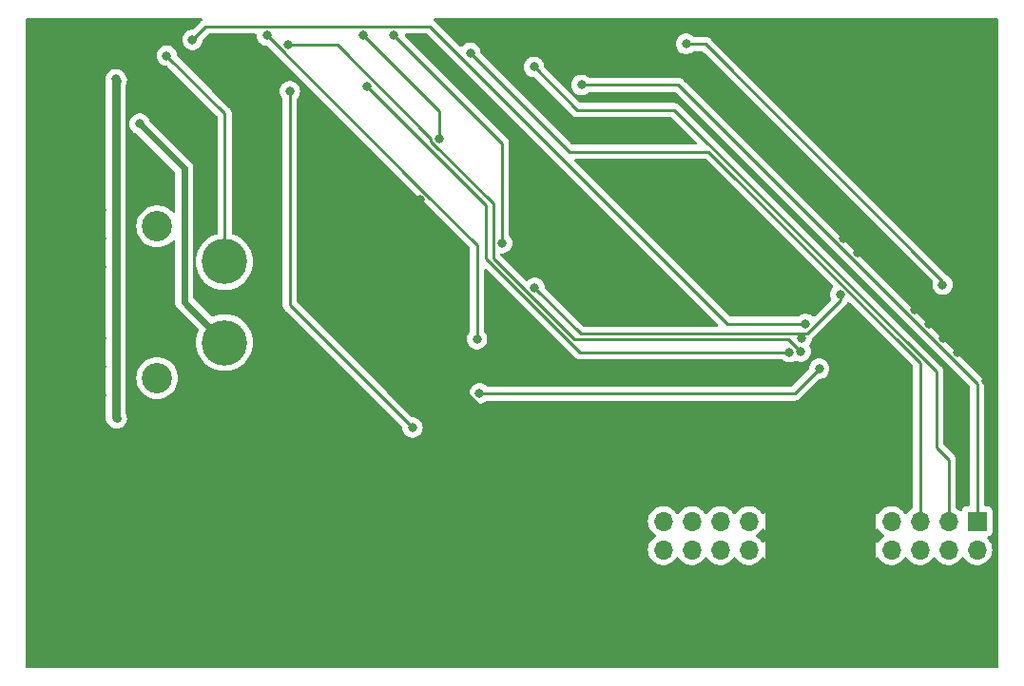
<source format=gbr>
%TF.GenerationSoftware,KiCad,Pcbnew,(7.0.0)*%
%TF.CreationDate,2023-02-15T20:10:09+09:00*%
%TF.ProjectId,_____,618744ac-c12e-46b6-9963-61645f706362,rev?*%
%TF.SameCoordinates,Original*%
%TF.FileFunction,Copper,L2,Bot*%
%TF.FilePolarity,Positive*%
%FSLAX46Y46*%
G04 Gerber Fmt 4.6, Leading zero omitted, Abs format (unit mm)*
G04 Created by KiCad (PCBNEW (7.0.0)) date 2023-02-15 20:10:09*
%MOMM*%
%LPD*%
G01*
G04 APERTURE LIST*
%TA.AperFunction,ComponentPad*%
%ADD10R,1.700000X1.700000*%
%TD*%
%TA.AperFunction,ComponentPad*%
%ADD11O,1.700000X1.700000*%
%TD*%
%TA.AperFunction,ComponentPad*%
%ADD12C,4.050000*%
%TD*%
%TA.AperFunction,ComponentPad*%
%ADD13C,2.700000*%
%TD*%
%TA.AperFunction,ViaPad*%
%ADD14C,0.800000*%
%TD*%
%TA.AperFunction,Conductor*%
%ADD15C,0.250000*%
%TD*%
%TA.AperFunction,Conductor*%
%ADD16C,2.200000*%
%TD*%
%TA.AperFunction,Conductor*%
%ADD17C,0.600000*%
%TD*%
%TA.AperFunction,Conductor*%
%ADD18C,0.800000*%
%TD*%
G04 APERTURE END LIST*
D10*
%TO.P,J2,1,Pin_1*%
%TO.N,PWM1*%
X109724999Y-79849999D03*
D11*
%TO.P,J2,2,Pin_2*%
X109724999Y-82389999D03*
%TO.P,J2,3,Pin_3*%
%TO.N,PWM2*%
X107184999Y-79849999D03*
%TO.P,J2,4,Pin_4*%
X107184999Y-82389999D03*
%TO.P,J2,5,Pin_5*%
%TO.N,SDsig*%
X104644999Y-79849999D03*
%TO.P,J2,6,Pin_6*%
X104644999Y-82389999D03*
%TO.P,J2,7,Pin_7*%
%TO.N,GND*%
X102104999Y-79849999D03*
%TO.P,J2,8,Pin_8*%
X102104999Y-82389999D03*
%TO.P,J2,9,Pin_9*%
%TO.N,GND2*%
X99564999Y-79849999D03*
%TO.P,J2,10,Pin_10*%
X99564999Y-82389999D03*
%TO.P,J2,11,Pin_11*%
X97024999Y-79849999D03*
%TO.P,J2,12,Pin_12*%
X97024999Y-82389999D03*
%TO.P,J2,13,Pin_13*%
X94484999Y-79849999D03*
%TO.P,J2,14,Pin_14*%
X94484999Y-82389999D03*
%TO.P,J2,15,Pin_15*%
X91944999Y-79849999D03*
%TO.P,J2,16,Pin_16*%
X91944999Y-82389999D03*
%TO.P,J2,17,Pin_17*%
%TO.N,+24V*%
X89404999Y-79849999D03*
%TO.P,J2,18,Pin_18*%
X89404999Y-82389999D03*
%TO.P,J2,19,Pin_19*%
X86864999Y-79849999D03*
%TO.P,J2,20,Pin_20*%
X86864999Y-82389999D03*
%TO.P,J2,21,Pin_21*%
X84324999Y-79849999D03*
%TO.P,J2,22,Pin_22*%
X84324999Y-82389999D03*
%TO.P,J2,23,Pin_23*%
X81784999Y-79849999D03*
%TO.P,J2,24,Pin_24*%
X81784999Y-82389999D03*
%TD*%
D12*
%TO.P,J1,1,1*%
%TO.N,Net-(C3-Pad2)*%
X42720000Y-63925000D03*
%TO.P,J1,2,2*%
%TO.N,Net-(C4-Pad2)*%
X42720000Y-56725000D03*
D13*
%TO.P,J1,3,3*%
%TO.N,unconnected-(J1-Pad3)*%
X36720000Y-53575000D03*
%TO.P,J1,4,4*%
%TO.N,unconnected-(J1-Pad4)*%
X36720000Y-67075000D03*
%TD*%
D14*
%TO.N,+12V*%
X70332900Y-59048900D03*
X94127300Y-63500000D03*
X97541500Y-59633300D03*
%TO.N,GND2*%
X76200000Y-81280000D03*
X44450000Y-87630000D03*
X92710000Y-77470000D03*
X78740000Y-86360000D03*
X88900000Y-66040000D03*
X60960000Y-78740000D03*
X92710000Y-74930000D03*
X73660000Y-73660000D03*
X31750000Y-63500000D03*
X30480000Y-58420000D03*
X44450000Y-85090000D03*
X39370000Y-85090000D03*
X91440000Y-57150000D03*
X46990000Y-87630000D03*
X110490000Y-54610000D03*
X45720000Y-76200000D03*
X49530000Y-87630000D03*
X35560000Y-48260000D03*
X76200000Y-83820000D03*
X82550000Y-50800000D03*
X83820000Y-52070000D03*
X39370000Y-87630000D03*
X91440000Y-73660000D03*
X43110000Y-78810000D03*
X41910000Y-82550000D03*
X40640000Y-50800000D03*
X62230000Y-85090000D03*
X96520000Y-76200000D03*
X82550000Y-53340000D03*
X78740000Y-81280000D03*
X101600000Y-50800000D03*
X80010000Y-77470000D03*
X45720000Y-86360000D03*
X43180000Y-83820000D03*
X46990000Y-72390000D03*
X109220000Y-40640000D03*
X88900000Y-57150000D03*
X80010000Y-85090000D03*
X87630000Y-50800000D03*
X74930000Y-85090000D03*
X48260000Y-78740000D03*
X53340000Y-76200000D03*
X69850000Y-87630000D03*
X45720000Y-73660000D03*
X67310000Y-87630000D03*
X68580000Y-71120000D03*
X31750000Y-66040000D03*
X83820000Y-54610000D03*
X110490000Y-49530000D03*
X46990000Y-77470000D03*
X78740000Y-78740000D03*
X93980000Y-73660000D03*
X63530000Y-81250000D03*
X57150000Y-77470000D03*
X92710000Y-72390000D03*
X101600000Y-40640000D03*
X48260000Y-76200000D03*
X68580000Y-83820000D03*
X35560000Y-83820000D03*
X90170000Y-74930000D03*
X110490000Y-67310000D03*
X104140000Y-36830000D03*
X27940000Y-67310000D03*
X50600000Y-81480000D03*
X91440000Y-71120000D03*
X35560000Y-64770000D03*
X63500000Y-76200000D03*
X30480000Y-53340000D03*
X31750000Y-91440000D03*
X44450000Y-74930000D03*
X99060000Y-43180000D03*
X34290000Y-57150000D03*
X104140000Y-48260000D03*
X43180000Y-86360000D03*
X35475000Y-76285000D03*
X46990000Y-46990000D03*
X97790000Y-74930000D03*
X106680000Y-63500000D03*
X92710000Y-69850000D03*
X33020000Y-74930000D03*
X62230000Y-74930000D03*
X105410000Y-44450000D03*
X59690000Y-85090000D03*
X73660000Y-78740000D03*
X68580000Y-78740000D03*
X85090000Y-53340000D03*
X30480000Y-50800000D03*
X81280000Y-71120000D03*
X44450000Y-36830000D03*
X55880000Y-86360000D03*
X36960000Y-78170000D03*
X92710000Y-55880000D03*
X58420000Y-86360000D03*
X66040000Y-73660000D03*
X48260000Y-63500000D03*
X87630000Y-58420000D03*
X52070000Y-85090000D03*
X44450000Y-44450000D03*
X27940000Y-69850000D03*
X46990000Y-74930000D03*
X26670000Y-88900000D03*
X44450000Y-41910000D03*
X110490000Y-62230000D03*
X73660000Y-83820000D03*
X82550000Y-77470000D03*
X71120000Y-86360000D03*
X80010000Y-74930000D03*
X53140000Y-81480000D03*
X48060000Y-81480000D03*
X74930000Y-74930000D03*
X76200000Y-78740000D03*
X72390000Y-74930000D03*
X100330000Y-77470000D03*
X44450000Y-72390000D03*
X60130400Y-51186700D03*
X36830000Y-57150000D03*
X82550000Y-48260000D03*
X81280000Y-59690000D03*
X54610000Y-87630000D03*
X48260000Y-86360000D03*
X50800000Y-86360000D03*
X96520000Y-43180000D03*
X88900000Y-54610000D03*
X76200000Y-76200000D03*
X77470000Y-74930000D03*
X91440000Y-54610000D03*
X104140000Y-60960000D03*
X97790000Y-77470000D03*
X27940000Y-55880000D03*
X36960000Y-78170000D03*
X31750000Y-88900000D03*
X27940000Y-72390000D03*
X109220000Y-36830000D03*
X110490000Y-44450000D03*
X71120000Y-73660000D03*
X102870000Y-39370000D03*
X44380000Y-80080000D03*
X27940000Y-74930000D03*
X74930000Y-77470000D03*
X97790000Y-36830000D03*
X78740000Y-76200000D03*
X104140000Y-50800000D03*
X45720000Y-48260000D03*
X88900000Y-52070000D03*
X106680000Y-36830000D03*
X71120000Y-76200000D03*
X58220000Y-81480000D03*
X97790000Y-54610000D03*
X105410000Y-52070000D03*
X29210000Y-66040000D03*
X71150000Y-81250000D03*
X46990000Y-44450000D03*
X29210000Y-91440000D03*
X57150000Y-85090000D03*
X82550000Y-60960000D03*
X50800000Y-76200000D03*
X77470000Y-77470000D03*
X85090000Y-50800000D03*
X69850000Y-85090000D03*
X93980000Y-57150000D03*
X26670000Y-91440000D03*
X43180000Y-73660000D03*
X46990000Y-64770000D03*
X43180000Y-38100000D03*
X36830000Y-49530000D03*
X38100000Y-81280000D03*
X93980000Y-76200000D03*
X34290000Y-63500000D03*
X66040000Y-86360000D03*
X93980000Y-71120000D03*
X104140000Y-53340000D03*
X38100000Y-64770000D03*
X99060000Y-76200000D03*
X76200000Y-86360000D03*
X30480000Y-67310000D03*
X81280000Y-86360000D03*
X87630000Y-53340000D03*
X78740000Y-83820000D03*
X38100000Y-71120000D03*
X96520000Y-45720000D03*
X54610000Y-77470000D03*
X82550000Y-72390000D03*
X55680000Y-81480000D03*
X86360000Y-52070000D03*
X67310000Y-74930000D03*
X46990000Y-62230000D03*
X41910000Y-36830000D03*
X81280000Y-76200000D03*
X58420000Y-78740000D03*
X39370000Y-72390000D03*
X59690000Y-74930000D03*
X67310000Y-77470000D03*
X36960000Y-78170000D03*
X31750000Y-54610000D03*
X45650000Y-81350000D03*
X63500000Y-86360000D03*
X68580000Y-76200000D03*
X60960000Y-81280000D03*
X105410000Y-49530000D03*
X92710000Y-58420000D03*
X95250000Y-74930000D03*
X50800000Y-78740000D03*
X35560000Y-50800000D03*
X29210000Y-63500000D03*
X63500000Y-83820000D03*
X60960000Y-73660000D03*
X39370000Y-82550000D03*
X40640000Y-83820000D03*
X110490000Y-52070000D03*
X30480000Y-55880000D03*
X63500000Y-78740000D03*
X68580000Y-86360000D03*
X34290000Y-54610000D03*
X41910000Y-74930000D03*
X86360000Y-57150000D03*
X110490000Y-57150000D03*
X68580000Y-73660000D03*
X106680000Y-45720000D03*
X66040000Y-83820000D03*
X106680000Y-43180000D03*
X39370000Y-69850000D03*
X72390000Y-85090000D03*
X106680000Y-40640000D03*
X59690000Y-77470000D03*
X90170000Y-67310000D03*
X45720000Y-38100000D03*
X78740000Y-73660000D03*
X40640000Y-71120000D03*
X29210000Y-54610000D03*
X68610000Y-81250000D03*
X38100000Y-73660000D03*
X107950000Y-64770000D03*
X97790000Y-72390000D03*
X107950000Y-62230000D03*
X100330000Y-36830000D03*
X81280000Y-73660000D03*
X99060000Y-55880000D03*
X110490000Y-46990000D03*
X73660000Y-86360000D03*
X99060000Y-38100000D03*
X95250000Y-44450000D03*
X87630000Y-55880000D03*
X31750000Y-68580000D03*
X64770000Y-87630000D03*
X29210000Y-68580000D03*
X40640000Y-73660000D03*
X62230000Y-77470000D03*
X26670000Y-81280000D03*
X71120000Y-78740000D03*
X30480000Y-62230000D03*
X26670000Y-86360000D03*
X40640000Y-81280000D03*
X38100000Y-86360000D03*
X71120000Y-83820000D03*
X86360000Y-66040000D03*
X45720000Y-45720000D03*
X34290000Y-49530000D03*
X38100000Y-83820000D03*
X35560000Y-58420000D03*
X107950000Y-41910000D03*
X49530000Y-77470000D03*
X76200000Y-73660000D03*
X105410000Y-62230000D03*
X53340000Y-86360000D03*
X53340000Y-78740000D03*
X87630000Y-67310000D03*
X30480000Y-64770000D03*
X86360000Y-54610000D03*
X100330000Y-72390000D03*
X60960000Y-86360000D03*
X106680000Y-60960000D03*
X91440000Y-76200000D03*
X41910000Y-72390000D03*
X31750000Y-52070000D03*
X27940000Y-58420000D03*
X27940000Y-64770000D03*
X57150000Y-87630000D03*
X36830000Y-72390000D03*
X41910000Y-85090000D03*
X64770000Y-77470000D03*
X90170000Y-58420000D03*
X54610000Y-85090000D03*
X90170000Y-53340000D03*
X67310000Y-72390000D03*
X29210000Y-52070000D03*
X60960000Y-76200000D03*
X90170000Y-77470000D03*
X97790000Y-44450000D03*
X66070000Y-81250000D03*
X49530000Y-85090000D03*
X44450000Y-46990000D03*
X104140000Y-43180000D03*
X29210000Y-73660000D03*
X55880000Y-78740000D03*
X106680000Y-53340000D03*
X30480000Y-69850000D03*
X34290000Y-66040000D03*
X43180000Y-40640000D03*
X34290000Y-52070000D03*
X27940000Y-53340000D03*
X110490000Y-41910000D03*
X66040000Y-76200000D03*
X85090000Y-48260000D03*
X109220000Y-43180000D03*
X55880000Y-76200000D03*
X99060000Y-73660000D03*
X97790000Y-41910000D03*
X110490000Y-59690000D03*
X96520000Y-73660000D03*
X63500000Y-73660000D03*
X67310000Y-85090000D03*
X36830000Y-69850000D03*
X73690000Y-81250000D03*
X64770000Y-85090000D03*
X100330000Y-39370000D03*
X36830000Y-63500000D03*
X105410000Y-54610000D03*
X95250000Y-77470000D03*
X90170000Y-69850000D03*
X82550000Y-74930000D03*
X52070000Y-87630000D03*
X35560000Y-81280000D03*
X40640000Y-38100000D03*
X26670000Y-83820000D03*
X104140000Y-40640000D03*
X48260000Y-73660000D03*
X64770000Y-74930000D03*
X102870000Y-41910000D03*
X29210000Y-57150000D03*
X35560000Y-62230000D03*
X100330000Y-74930000D03*
X90170000Y-55880000D03*
X66040000Y-71120000D03*
X90170000Y-72390000D03*
X41910000Y-87630000D03*
X95250000Y-72390000D03*
X85090000Y-55880000D03*
X105410000Y-41910000D03*
X66040000Y-78740000D03*
X31750000Y-57150000D03*
X46990000Y-85090000D03*
X106680000Y-50800000D03*
X52070000Y-77470000D03*
X38100000Y-62230000D03*
X35560000Y-55880000D03*
X77470000Y-85090000D03*
X83820000Y-49530000D03*
X40640000Y-86360000D03*
X88900000Y-59690000D03*
X29210000Y-71120000D03*
X86360000Y-49530000D03*
X72390000Y-77470000D03*
X110490000Y-64770000D03*
X58420000Y-76200000D03*
X73660000Y-76200000D03*
X27940000Y-62230000D03*
X40640000Y-48260000D03*
%TO.N,Net-(C3-Pad1)*%
X39867600Y-36939800D03*
X94447600Y-62253500D03*
%TO.N,Net-(C3-Pad2)*%
X65424000Y-68456300D03*
X35155500Y-44423700D03*
X95669300Y-66266100D03*
%TO.N,Net-(C4-Pad2)*%
X37577200Y-38362500D03*
%TO.N,+24V*%
X33031900Y-40470000D03*
X33117500Y-70667400D03*
%TO.N,Net-(IC4-Pad1)*%
X106660000Y-58770000D03*
X83820000Y-37310000D03*
%TO.N,SDsig*%
X64610300Y-38115000D03*
%TO.N,PWM2*%
X70282900Y-39369200D03*
%TO.N,PWM1*%
X74505600Y-40970100D03*
%TO.N,Net-(Q1-Pad1)*%
X65200500Y-63610000D03*
X46475600Y-36555000D03*
%TO.N,Net-(Q2-Pad1)*%
X59455700Y-71501300D03*
X48529700Y-41531700D03*
%TO.N,Net-(Q3-Pad1)*%
X55036300Y-36535000D03*
X61837000Y-45733000D03*
%TO.N,Net-(Q4-Pad1)*%
X67425000Y-55062100D03*
X57778800Y-36510000D03*
%TO.N,Net-(R1-Pad1)*%
X48374600Y-37400400D03*
X94038900Y-64712000D03*
%TO.N,Net-(R10-Pad2)*%
X55388200Y-41085000D03*
X93026000Y-64788300D03*
%TD*%
D15*
%TO.N,+12V*%
X94127300Y-63134300D02*
X94592300Y-63134300D01*
X97541500Y-60185100D02*
X97541500Y-59633300D01*
X70332900Y-59048900D02*
X74418300Y-63134300D01*
X74418300Y-63134300D02*
X94127300Y-63134300D01*
X94592300Y-63134300D02*
X97541500Y-60185100D01*
X94127300Y-63134300D02*
X94127300Y-63500000D01*
D16*
%TO.N,GND2*%
X99565000Y-78675000D02*
X99560000Y-78670000D01*
X92100000Y-83830000D02*
X98990000Y-83830000D01*
X99565000Y-79850000D02*
X97025000Y-79850000D01*
X97025000Y-79850000D02*
X94485000Y-79850000D01*
X91945000Y-79035000D02*
X91945000Y-79850000D01*
X91945000Y-79850000D02*
X93120000Y-81025000D01*
D15*
X60130400Y-64242100D02*
X60130400Y-51186700D01*
D16*
X99565000Y-80560000D02*
X99565000Y-79850000D01*
X91945000Y-82390000D02*
X91945000Y-83675000D01*
X99100000Y-81025000D02*
X99565000Y-80560000D01*
X99560000Y-78670000D02*
X92310000Y-78670000D01*
X94485000Y-82390000D02*
X97025000Y-82390000D01*
X99565000Y-79850000D02*
X99565000Y-78675000D01*
X91945000Y-82390000D02*
X94485000Y-82390000D01*
X97025000Y-82390000D02*
X99565000Y-82390000D01*
D15*
X76071600Y-80183300D02*
X60130400Y-64242100D01*
D16*
X92310000Y-78670000D02*
X91945000Y-79035000D01*
X94485000Y-79850000D02*
X91945000Y-79850000D01*
X98990000Y-83830000D02*
X99565000Y-83255000D01*
X91945000Y-83675000D02*
X92100000Y-83830000D01*
X99565000Y-83255000D02*
X99565000Y-82390000D01*
X93120000Y-81025000D02*
X99100000Y-81025000D01*
X99565000Y-82390000D02*
X99565000Y-80560000D01*
X91945000Y-79850000D02*
X91945000Y-82390000D01*
D15*
%TO.N,Net-(C3-Pad1)*%
X39867600Y-36939800D02*
X41039900Y-35767500D01*
X41039900Y-35767500D02*
X61029500Y-35767500D01*
X61029500Y-35767500D02*
X87515500Y-62253500D01*
X87515500Y-62253500D02*
X94447600Y-62253500D01*
%TO.N,Net-(C3-Pad2)*%
X95669300Y-66266100D02*
X93479100Y-68456300D01*
X93479100Y-68456300D02*
X65424000Y-68456300D01*
D17*
X42720000Y-63925000D02*
X39120500Y-60325500D01*
X39120500Y-60325500D02*
X39120500Y-48388700D01*
X39120500Y-48388700D02*
X35155500Y-44423700D01*
D15*
%TO.N,Net-(C4-Pad2)*%
X42720000Y-43505300D02*
X37577200Y-38362500D01*
X42720000Y-56725000D02*
X42720000Y-43505300D01*
D18*
%TO.N,+24V*%
X33020000Y-40653100D02*
X33020000Y-70569900D01*
X33117500Y-40555600D02*
X33020000Y-40653100D01*
D15*
X33031900Y-40470000D02*
X33117500Y-40555600D01*
X84916700Y-80183300D02*
X84017600Y-80183300D01*
D18*
X33020000Y-70569900D02*
X33117500Y-70667400D01*
D15*
%TO.N,Net-(IC4-Pad1)*%
X106660000Y-58432500D02*
X106660000Y-58770000D01*
X85537500Y-37310000D02*
X106660000Y-58432500D01*
X83820000Y-37310000D02*
X85537500Y-37310000D01*
%TO.N,SDsig*%
X73403100Y-46907800D02*
X64610300Y-38115000D01*
X104675000Y-65741495D02*
X85841600Y-46908095D01*
X104675000Y-65741495D02*
X104645000Y-65771495D01*
X85841600Y-46907800D02*
X73403100Y-46907800D01*
X85841600Y-46908095D02*
X85841600Y-46907800D01*
X104645000Y-65771495D02*
X104645000Y-79850000D01*
%TO.N,PWM2*%
X106100000Y-73275000D02*
X106100000Y-66550000D01*
X107185000Y-74360000D02*
X107185000Y-79850000D01*
X106100000Y-66550000D02*
X106110250Y-66539750D01*
X106100000Y-73275000D02*
X107185000Y-74360000D01*
X74129700Y-43216000D02*
X82786500Y-43216000D01*
X82786500Y-43216000D02*
X106110250Y-66539750D01*
X70282900Y-39369200D02*
X74129700Y-43216000D01*
%TO.N,PWM1*%
X109725000Y-67570305D02*
X83124795Y-40970100D01*
X83124795Y-40970100D02*
X74505600Y-40970100D01*
X109725000Y-79850000D02*
X109725000Y-67570305D01*
%TO.N,Net-(Q1-Pad1)*%
X60382200Y-50461600D02*
X46475600Y-36555000D01*
X65200500Y-63610000D02*
X65200500Y-55231300D01*
X60430800Y-50461600D02*
X60382200Y-50461600D01*
X65200500Y-55231300D02*
X60430800Y-50461600D01*
%TO.N,Net-(Q2-Pad1)*%
X48529700Y-60575300D02*
X48529700Y-41531700D01*
X59455700Y-71501300D02*
X48529700Y-60575300D01*
%TO.N,Net-(Q3-Pad1)*%
X61837000Y-43335700D02*
X61837000Y-45733000D01*
X55036300Y-36535000D02*
X61837000Y-43335700D01*
%TO.N,Net-(Q4-Pad1)*%
X67425000Y-55062100D02*
X67425000Y-46156200D01*
X67425000Y-46156200D02*
X57778800Y-36510000D01*
%TO.N,Net-(R1-Pad1)*%
X52792500Y-37400400D02*
X61111900Y-45719800D01*
X66639300Y-51560600D02*
X66639300Y-56434200D01*
X61111900Y-46033200D02*
X66639300Y-51560600D01*
X73828900Y-63623800D02*
X92950700Y-63623800D01*
X66639300Y-56434200D02*
X73828900Y-63623800D01*
X61111900Y-45719800D02*
X61111900Y-46033200D01*
X48374600Y-37400400D02*
X52792500Y-37400400D01*
X92950700Y-63623800D02*
X94038900Y-64712000D01*
%TO.N,Net-(R10-Pad2)*%
X65964300Y-56395800D02*
X74356800Y-64788300D01*
X74356800Y-64788300D02*
X93026000Y-64788300D01*
X55388200Y-41085000D02*
X65964300Y-51661100D01*
X65964300Y-51661100D02*
X65964300Y-56395800D01*
%TD*%
%TA.AperFunction,Conductor*%
%TO.N,GND2*%
G36*
X90735267Y-80509000D02*
G01*
X90780781Y-80550898D01*
X90866822Y-80682592D01*
X90873210Y-80690799D01*
X91018567Y-80848700D01*
X91026211Y-80855737D01*
X91195588Y-80987568D01*
X91204276Y-80993244D01*
X91233731Y-81009184D01*
X91282003Y-81055499D01*
X91299763Y-81119996D01*
X91282005Y-81184494D01*
X91233736Y-81230811D01*
X91204281Y-81246752D01*
X91195588Y-81252431D01*
X91026211Y-81384262D01*
X91018567Y-81391299D01*
X90873210Y-81549200D01*
X90866816Y-81557415D01*
X90780780Y-81689101D01*
X90735267Y-81730999D01*
X90675297Y-81746185D01*
X90615328Y-81730998D01*
X90569816Y-81689101D01*
X90480722Y-81552732D01*
X90419956Y-81486723D01*
X90331772Y-81390930D01*
X90331767Y-81390925D01*
X90328240Y-81387094D01*
X90150576Y-81248811D01*
X90146002Y-81246336D01*
X90145995Y-81246331D01*
X90117320Y-81230814D01*
X90069048Y-81184498D01*
X90051289Y-81120000D01*
X90069048Y-81055502D01*
X90117320Y-81009186D01*
X90145990Y-80993671D01*
X90150576Y-80991189D01*
X90328240Y-80852906D01*
X90480722Y-80687268D01*
X90569817Y-80550896D01*
X90615328Y-80509001D01*
X90675297Y-80493814D01*
X90735267Y-80509000D01*
G37*
%TD.AperFunction*%
%TA.AperFunction,Conductor*%
G36*
X98354969Y-80508543D02*
G01*
X98400483Y-80550441D01*
X98486822Y-80682593D01*
X98493210Y-80690799D01*
X98638567Y-80848700D01*
X98646211Y-80855737D01*
X98815588Y-80987568D01*
X98824276Y-80993244D01*
X98853731Y-81009184D01*
X98902003Y-81055499D01*
X98919763Y-81119996D01*
X98902005Y-81184494D01*
X98853736Y-81230811D01*
X98824281Y-81246752D01*
X98815588Y-81252431D01*
X98646211Y-81384262D01*
X98638567Y-81391299D01*
X98493210Y-81549200D01*
X98486822Y-81557407D01*
X98400483Y-81689558D01*
X98354969Y-81731456D01*
X98295000Y-81746642D01*
X98235031Y-81731456D01*
X98189517Y-81689558D01*
X98103177Y-81557407D01*
X98096789Y-81549200D01*
X97951432Y-81391299D01*
X97943788Y-81384262D01*
X97774411Y-81252431D01*
X97765718Y-81246751D01*
X97736265Y-81230812D01*
X97687994Y-81184494D01*
X97670236Y-81119996D01*
X97687997Y-81055499D01*
X97736270Y-81009184D01*
X97765714Y-80993250D01*
X97774411Y-80987568D01*
X97943788Y-80855737D01*
X97951432Y-80848700D01*
X98096789Y-80690799D01*
X98103177Y-80682593D01*
X98189517Y-80550441D01*
X98235031Y-80508543D01*
X98295000Y-80493357D01*
X98354969Y-80508543D01*
G37*
%TD.AperFunction*%
%TA.AperFunction,Conductor*%
G36*
X95814969Y-80508543D02*
G01*
X95860483Y-80550441D01*
X95946822Y-80682593D01*
X95953210Y-80690799D01*
X96098567Y-80848700D01*
X96106211Y-80855737D01*
X96275588Y-80987568D01*
X96284276Y-80993244D01*
X96313731Y-81009184D01*
X96362003Y-81055499D01*
X96379763Y-81119996D01*
X96362005Y-81184494D01*
X96313736Y-81230811D01*
X96284281Y-81246752D01*
X96275588Y-81252431D01*
X96106211Y-81384262D01*
X96098567Y-81391299D01*
X95953210Y-81549200D01*
X95946822Y-81557407D01*
X95860483Y-81689558D01*
X95814969Y-81731456D01*
X95755000Y-81746642D01*
X95695031Y-81731456D01*
X95649517Y-81689558D01*
X95563177Y-81557407D01*
X95556789Y-81549200D01*
X95411432Y-81391299D01*
X95403788Y-81384262D01*
X95234411Y-81252431D01*
X95225718Y-81246751D01*
X95196265Y-81230812D01*
X95147994Y-81184494D01*
X95130236Y-81119996D01*
X95147997Y-81055499D01*
X95196270Y-81009184D01*
X95225714Y-80993250D01*
X95234411Y-80987568D01*
X95403788Y-80855737D01*
X95411432Y-80848700D01*
X95556789Y-80690799D01*
X95563177Y-80682593D01*
X95649517Y-80550441D01*
X95695031Y-80508543D01*
X95755000Y-80493357D01*
X95814969Y-80508543D01*
G37*
%TD.AperFunction*%
%TA.AperFunction,Conductor*%
G36*
X93274969Y-80508543D02*
G01*
X93320483Y-80550441D01*
X93406822Y-80682593D01*
X93413210Y-80690799D01*
X93558567Y-80848700D01*
X93566211Y-80855737D01*
X93735588Y-80987568D01*
X93744276Y-80993244D01*
X93773731Y-81009184D01*
X93822003Y-81055499D01*
X93839763Y-81119996D01*
X93822005Y-81184494D01*
X93773736Y-81230811D01*
X93744281Y-81246752D01*
X93735588Y-81252431D01*
X93566211Y-81384262D01*
X93558567Y-81391299D01*
X93413210Y-81549200D01*
X93406822Y-81557407D01*
X93320483Y-81689558D01*
X93274969Y-81731456D01*
X93215000Y-81746642D01*
X93155031Y-81731456D01*
X93109517Y-81689558D01*
X93023177Y-81557407D01*
X93016789Y-81549200D01*
X92871432Y-81391299D01*
X92863788Y-81384262D01*
X92694411Y-81252431D01*
X92685718Y-81246751D01*
X92656265Y-81230812D01*
X92607994Y-81184494D01*
X92590236Y-81119996D01*
X92607997Y-81055499D01*
X92656270Y-81009184D01*
X92685714Y-80993250D01*
X92694411Y-80987568D01*
X92863788Y-80855737D01*
X92871432Y-80848700D01*
X93016789Y-80690799D01*
X93023177Y-80682593D01*
X93109517Y-80550441D01*
X93155031Y-80508543D01*
X93215000Y-80493357D01*
X93274969Y-80508543D01*
G37*
%TD.AperFunction*%
%TA.AperFunction,Conductor*%
G36*
X40690725Y-35016086D02*
G01*
X40736410Y-35058990D01*
X40755774Y-35118595D01*
X40744026Y-35180156D01*
X40704075Y-35228441D01*
X40701527Y-35230293D01*
X40696508Y-35233939D01*
X40686599Y-35240447D01*
X40655360Y-35258923D01*
X40655358Y-35258924D01*
X40648538Y-35262958D01*
X40642939Y-35268555D01*
X40642932Y-35268562D01*
X40634208Y-35277286D01*
X40619187Y-35290115D01*
X40609207Y-35297366D01*
X40609198Y-35297373D01*
X40602793Y-35302028D01*
X40597745Y-35308128D01*
X40597736Y-35308138D01*
X40574600Y-35336104D01*
X40566614Y-35344881D01*
X39917097Y-35994397D01*
X39876223Y-36021709D01*
X39828005Y-36031300D01*
X39772113Y-36031300D01*
X39765660Y-36032671D01*
X39765656Y-36032672D01*
X39591768Y-36069633D01*
X39591761Y-36069635D01*
X39585312Y-36071006D01*
X39579282Y-36073690D01*
X39579281Y-36073691D01*
X39416878Y-36145997D01*
X39416875Y-36145998D01*
X39410848Y-36148682D01*
X39405507Y-36152562D01*
X39405506Y-36152563D01*
X39261691Y-36257050D01*
X39261683Y-36257056D01*
X39256347Y-36260934D01*
X39251930Y-36265839D01*
X39251925Y-36265844D01*
X39132979Y-36397948D01*
X39128560Y-36402856D01*
X39125261Y-36408569D01*
X39125258Y-36408574D01*
X39043072Y-36550925D01*
X39033073Y-36568244D01*
X39031034Y-36574518D01*
X39031030Y-36574528D01*
X38976097Y-36743594D01*
X38976095Y-36743601D01*
X38974058Y-36749872D01*
X38973368Y-36756433D01*
X38973368Y-36756435D01*
X38963783Y-36847636D01*
X38954096Y-36939800D01*
X38954786Y-36946365D01*
X38970602Y-37096851D01*
X38974058Y-37129728D01*
X38976095Y-37136000D01*
X38976097Y-37136005D01*
X39031030Y-37305071D01*
X39031033Y-37305078D01*
X39033073Y-37311356D01*
X39097989Y-37423794D01*
X39120913Y-37463500D01*
X39128560Y-37476744D01*
X39256347Y-37618666D01*
X39410848Y-37730918D01*
X39585312Y-37808594D01*
X39772113Y-37848300D01*
X39956484Y-37848300D01*
X39963087Y-37848300D01*
X40149888Y-37808594D01*
X40324352Y-37730918D01*
X40478853Y-37618666D01*
X40606640Y-37476744D01*
X40702127Y-37311356D01*
X40761142Y-37129728D01*
X40778507Y-36964504D01*
X40790091Y-36923432D01*
X40814719Y-36888583D01*
X41265399Y-36437904D01*
X41306277Y-36410591D01*
X41354495Y-36401000D01*
X45438345Y-36401000D01*
X45505116Y-36420147D01*
X45551594Y-36471767D01*
X45563654Y-36540174D01*
X45562786Y-36548430D01*
X45562786Y-36548435D01*
X45562096Y-36555000D01*
X45582058Y-36744928D01*
X45584095Y-36751200D01*
X45584097Y-36751205D01*
X45639030Y-36920271D01*
X45639033Y-36920278D01*
X45641073Y-36926556D01*
X45736560Y-37091944D01*
X45864347Y-37233866D01*
X45869689Y-37237747D01*
X45869691Y-37237749D01*
X45881331Y-37246206D01*
X46018848Y-37346118D01*
X46193312Y-37423794D01*
X46380113Y-37463500D01*
X46436006Y-37463500D01*
X46484224Y-37473091D01*
X46525101Y-37500405D01*
X59878542Y-50853846D01*
X59886084Y-50862133D01*
X59890200Y-50868618D01*
X59895979Y-50874044D01*
X59895980Y-50874046D01*
X59939867Y-50915258D01*
X59942708Y-50918012D01*
X59962430Y-50937734D01*
X59965614Y-50940204D01*
X59974637Y-50947909D01*
X60006879Y-50978186D01*
X60013828Y-50982006D01*
X60024629Y-50987944D01*
X60041159Y-50998802D01*
X60050894Y-51006354D01*
X60050897Y-51006356D01*
X60057159Y-51011213D01*
X60083318Y-51022532D01*
X60122369Y-51049073D01*
X64530095Y-55456799D01*
X64557409Y-55497676D01*
X64567000Y-55545894D01*
X64567000Y-62907476D01*
X64558631Y-62952630D01*
X64534638Y-62991783D01*
X64461460Y-63073056D01*
X64458161Y-63078769D01*
X64458158Y-63078774D01*
X64369277Y-63232721D01*
X64365973Y-63238444D01*
X64363934Y-63244718D01*
X64363930Y-63244728D01*
X64308997Y-63413794D01*
X64308995Y-63413801D01*
X64306958Y-63420072D01*
X64286996Y-63610000D01*
X64306958Y-63799928D01*
X64308995Y-63806200D01*
X64308997Y-63806205D01*
X64363930Y-63975271D01*
X64363933Y-63975278D01*
X64365973Y-63981556D01*
X64461460Y-64146944D01*
X64589247Y-64288866D01*
X64743748Y-64401118D01*
X64918212Y-64478794D01*
X65105013Y-64518500D01*
X65289384Y-64518500D01*
X65295987Y-64518500D01*
X65482788Y-64478794D01*
X65657252Y-64401118D01*
X65811753Y-64288866D01*
X65939540Y-64146944D01*
X66035027Y-63981556D01*
X66094042Y-63799928D01*
X66114004Y-63610000D01*
X66094042Y-63420072D01*
X66068797Y-63342379D01*
X66037069Y-63244728D01*
X66037068Y-63244726D01*
X66035027Y-63238444D01*
X65939540Y-63073056D01*
X65866361Y-62991783D01*
X65842369Y-62952630D01*
X65834000Y-62907476D01*
X65834000Y-57465594D01*
X65847733Y-57408391D01*
X65885939Y-57363658D01*
X65940289Y-57341145D01*
X65998936Y-57345761D01*
X66049095Y-57376499D01*
X73853142Y-65180546D01*
X73860684Y-65188833D01*
X73864800Y-65195318D01*
X73870579Y-65200744D01*
X73870580Y-65200746D01*
X73914467Y-65241958D01*
X73917309Y-65244713D01*
X73937030Y-65264434D01*
X73940214Y-65266904D01*
X73949237Y-65274609D01*
X73981479Y-65304886D01*
X73988428Y-65308706D01*
X73999229Y-65314644D01*
X74015759Y-65325502D01*
X74025494Y-65333054D01*
X74025497Y-65333056D01*
X74031759Y-65337913D01*
X74072336Y-65355472D01*
X74082971Y-65360681D01*
X74121740Y-65381995D01*
X74141366Y-65387034D01*
X74160059Y-65393434D01*
X74178655Y-65401481D01*
X74186486Y-65402721D01*
X74186489Y-65402722D01*
X74202928Y-65405325D01*
X74222325Y-65408397D01*
X74233925Y-65410798D01*
X74276770Y-65421800D01*
X74297024Y-65421800D01*
X74316734Y-65423350D01*
X74336743Y-65426520D01*
X74380761Y-65422358D01*
X74392619Y-65421800D01*
X92317800Y-65421800D01*
X92369047Y-65432692D01*
X92404724Y-65458612D01*
X92405420Y-65457840D01*
X92410331Y-65462262D01*
X92414747Y-65467166D01*
X92569248Y-65579418D01*
X92743712Y-65657094D01*
X92930513Y-65696800D01*
X93114884Y-65696800D01*
X93121487Y-65696800D01*
X93308288Y-65657094D01*
X93482752Y-65579418D01*
X93526779Y-65547429D01*
X93587669Y-65524054D01*
X93652091Y-65534258D01*
X93750576Y-65578107D01*
X93750579Y-65578108D01*
X93756612Y-65580794D01*
X93943413Y-65620500D01*
X94127784Y-65620500D01*
X94134387Y-65620500D01*
X94321188Y-65580794D01*
X94495652Y-65503118D01*
X94650153Y-65390866D01*
X94777940Y-65248944D01*
X94873427Y-65083556D01*
X94932442Y-64901928D01*
X94952404Y-64712000D01*
X94932442Y-64522072D01*
X94907197Y-64444379D01*
X94875469Y-64346728D01*
X94875468Y-64346726D01*
X94873427Y-64340444D01*
X94809664Y-64230003D01*
X94793473Y-64180173D01*
X94798950Y-64128066D01*
X94825146Y-64082693D01*
X94866340Y-64036944D01*
X94961827Y-63871556D01*
X95020842Y-63689928D01*
X95026473Y-63636343D01*
X95035629Y-63600686D01*
X95054702Y-63569195D01*
X95057601Y-63565691D01*
X95065576Y-63556926D01*
X97933759Y-60688743D01*
X97942033Y-60681214D01*
X97948518Y-60677100D01*
X97995176Y-60627412D01*
X97997868Y-60624634D01*
X98017635Y-60604869D01*
X98020089Y-60601704D01*
X98027810Y-60592659D01*
X98058086Y-60560421D01*
X98067845Y-60542667D01*
X98078698Y-60526145D01*
X98091114Y-60510140D01*
X98108677Y-60469550D01*
X98113888Y-60458915D01*
X98135195Y-60420160D01*
X98140232Y-60400542D01*
X98146638Y-60381830D01*
X98154682Y-60363243D01*
X98157093Y-60364286D01*
X98183133Y-60320992D01*
X98239487Y-60289409D01*
X98304085Y-60289904D01*
X98359948Y-60322347D01*
X103974595Y-65936994D01*
X104001909Y-65977871D01*
X104011500Y-66026089D01*
X104011500Y-78573079D01*
X103993741Y-78637577D01*
X103945469Y-78683893D01*
X103904004Y-78706331D01*
X103903991Y-78706339D01*
X103899424Y-78708811D01*
X103895313Y-78712010D01*
X103895311Y-78712012D01*
X103725878Y-78843888D01*
X103725872Y-78843893D01*
X103721760Y-78847094D01*
X103718237Y-78850919D01*
X103718227Y-78850930D01*
X103572806Y-79008899D01*
X103572802Y-79008902D01*
X103569278Y-79012732D01*
X103566430Y-79017090D01*
X103566427Y-79017095D01*
X103480483Y-79148643D01*
X103434969Y-79190542D01*
X103375000Y-79205728D01*
X103315031Y-79190542D01*
X103269517Y-79148643D01*
X103263827Y-79139934D01*
X103180722Y-79012732D01*
X103061680Y-78883419D01*
X103031772Y-78850930D01*
X103031767Y-78850925D01*
X103028240Y-78847094D01*
X102850576Y-78708811D01*
X102845997Y-78706333D01*
X102845994Y-78706331D01*
X102657159Y-78604139D01*
X102657156Y-78604137D01*
X102652574Y-78601658D01*
X102647650Y-78599967D01*
X102647642Y-78599964D01*
X102444565Y-78530248D01*
X102444559Y-78530246D01*
X102439635Y-78528556D01*
X102434498Y-78527698D01*
X102434495Y-78527698D01*
X102222706Y-78492357D01*
X102222703Y-78492356D01*
X102217569Y-78491500D01*
X101992431Y-78491500D01*
X101987297Y-78492356D01*
X101987293Y-78492357D01*
X101775504Y-78527698D01*
X101775498Y-78527699D01*
X101770365Y-78528556D01*
X101765443Y-78530245D01*
X101765434Y-78530248D01*
X101562357Y-78599964D01*
X101562344Y-78599969D01*
X101557426Y-78601658D01*
X101552847Y-78604135D01*
X101552840Y-78604139D01*
X101364005Y-78706331D01*
X101363997Y-78706336D01*
X101359424Y-78708811D01*
X101355313Y-78712010D01*
X101355311Y-78712012D01*
X101185878Y-78843888D01*
X101185872Y-78843893D01*
X101181760Y-78847094D01*
X101178237Y-78850919D01*
X101178227Y-78850930D01*
X101032806Y-79008899D01*
X101032802Y-79008902D01*
X101029278Y-79012732D01*
X100940184Y-79149101D01*
X100894670Y-79190999D01*
X100834701Y-79206185D01*
X100774732Y-79190999D01*
X100729218Y-79149101D01*
X100643177Y-79017407D01*
X100636789Y-79009200D01*
X100491432Y-78851299D01*
X100483788Y-78844262D01*
X100314411Y-78712431D01*
X100305718Y-78706752D01*
X100116957Y-78604599D01*
X100107440Y-78600424D01*
X99904442Y-78530735D01*
X99894372Y-78528185D01*
X99832538Y-78517867D01*
X99821401Y-78518443D01*
X99819000Y-78529336D01*
X99819000Y-83710664D01*
X99821401Y-83721556D01*
X99832538Y-83722132D01*
X99894372Y-83711814D01*
X99904442Y-83709264D01*
X100107440Y-83639575D01*
X100116957Y-83635400D01*
X100305718Y-83533247D01*
X100314411Y-83527568D01*
X100483788Y-83395737D01*
X100491432Y-83388700D01*
X100636789Y-83230799D01*
X100643181Y-83222587D01*
X100729218Y-83090899D01*
X100774732Y-83049000D01*
X100834701Y-83033814D01*
X100894670Y-83049000D01*
X100940183Y-83090898D01*
X101029278Y-83227268D01*
X101032806Y-83231100D01*
X101178227Y-83389069D01*
X101178231Y-83389073D01*
X101181760Y-83392906D01*
X101359424Y-83531189D01*
X101557426Y-83638342D01*
X101562355Y-83640034D01*
X101562357Y-83640035D01*
X101663895Y-83674892D01*
X101770365Y-83711444D01*
X101992431Y-83748500D01*
X102212358Y-83748500D01*
X102217569Y-83748500D01*
X102439635Y-83711444D01*
X102652574Y-83638342D01*
X102850576Y-83531189D01*
X103028240Y-83392906D01*
X103180722Y-83227268D01*
X103269518Y-83091354D01*
X103315030Y-83049457D01*
X103375000Y-83034271D01*
X103434970Y-83049457D01*
X103480481Y-83091354D01*
X103569278Y-83227268D01*
X103572806Y-83231100D01*
X103718227Y-83389069D01*
X103718231Y-83389073D01*
X103721760Y-83392906D01*
X103899424Y-83531189D01*
X104097426Y-83638342D01*
X104102355Y-83640034D01*
X104102357Y-83640035D01*
X104203895Y-83674892D01*
X104310365Y-83711444D01*
X104532431Y-83748500D01*
X104752358Y-83748500D01*
X104757569Y-83748500D01*
X104979635Y-83711444D01*
X105192574Y-83638342D01*
X105390576Y-83531189D01*
X105568240Y-83392906D01*
X105720722Y-83227268D01*
X105809518Y-83091354D01*
X105855030Y-83049457D01*
X105915000Y-83034271D01*
X105974970Y-83049457D01*
X106020481Y-83091354D01*
X106109278Y-83227268D01*
X106112806Y-83231100D01*
X106258227Y-83389069D01*
X106258231Y-83389073D01*
X106261760Y-83392906D01*
X106439424Y-83531189D01*
X106637426Y-83638342D01*
X106642355Y-83640034D01*
X106642357Y-83640035D01*
X106743895Y-83674892D01*
X106850365Y-83711444D01*
X107072431Y-83748500D01*
X107292358Y-83748500D01*
X107297569Y-83748500D01*
X107519635Y-83711444D01*
X107732574Y-83638342D01*
X107930576Y-83531189D01*
X108108240Y-83392906D01*
X108260722Y-83227268D01*
X108349518Y-83091354D01*
X108395030Y-83049457D01*
X108455000Y-83034271D01*
X108514970Y-83049457D01*
X108560481Y-83091354D01*
X108649278Y-83227268D01*
X108652806Y-83231100D01*
X108798227Y-83389069D01*
X108798231Y-83389073D01*
X108801760Y-83392906D01*
X108979424Y-83531189D01*
X109177426Y-83638342D01*
X109182355Y-83640034D01*
X109182357Y-83640035D01*
X109283895Y-83674892D01*
X109390365Y-83711444D01*
X109612431Y-83748500D01*
X109832358Y-83748500D01*
X109837569Y-83748500D01*
X110059635Y-83711444D01*
X110272574Y-83638342D01*
X110470576Y-83531189D01*
X110648240Y-83392906D01*
X110800722Y-83227268D01*
X110923860Y-83038791D01*
X111014296Y-82832616D01*
X111069564Y-82614368D01*
X111088156Y-82390000D01*
X111069564Y-82165632D01*
X111014296Y-81947384D01*
X110923860Y-81741209D01*
X110800722Y-81552732D01*
X110657525Y-81397180D01*
X110628288Y-81343576D01*
X110627685Y-81282520D01*
X110655859Y-81228350D01*
X110706191Y-81193786D01*
X110821204Y-81150889D01*
X110938261Y-81063261D01*
X111025889Y-80946204D01*
X111076989Y-80809201D01*
X111083500Y-80748638D01*
X111083500Y-78951362D01*
X111076989Y-78890799D01*
X111025889Y-78753796D01*
X110994923Y-78712431D01*
X110943659Y-78643950D01*
X110938261Y-78636739D01*
X110931049Y-78631340D01*
X110828417Y-78554510D01*
X110828414Y-78554508D01*
X110821204Y-78549111D01*
X110812766Y-78545964D01*
X110812763Y-78545962D01*
X110691580Y-78500763D01*
X110691578Y-78500762D01*
X110684201Y-78498011D01*
X110676373Y-78497169D01*
X110676367Y-78497168D01*
X110626988Y-78491860D01*
X110626985Y-78491859D01*
X110623638Y-78491500D01*
X110620269Y-78491500D01*
X110484500Y-78491500D01*
X110421500Y-78474619D01*
X110375381Y-78428500D01*
X110358500Y-78365500D01*
X110358500Y-67649073D01*
X110359027Y-67637889D01*
X110360702Y-67630397D01*
X110358561Y-67562306D01*
X110358500Y-67558349D01*
X110358500Y-67534414D01*
X110358500Y-67530449D01*
X110357995Y-67526457D01*
X110357062Y-67514610D01*
X110355674Y-67470416D01*
X110350017Y-67450947D01*
X110346013Y-67431607D01*
X110343474Y-67411508D01*
X110327200Y-67370404D01*
X110323356Y-67359177D01*
X110313230Y-67324322D01*
X110313229Y-67324321D01*
X110311019Y-67316712D01*
X110300703Y-67299269D01*
X110292005Y-67281514D01*
X110284552Y-67262688D01*
X110258561Y-67226914D01*
X110252055Y-67217010D01*
X110229542Y-67178943D01*
X110215218Y-67164619D01*
X110202382Y-67149591D01*
X110190472Y-67133198D01*
X110184367Y-67128147D01*
X110184360Y-67128140D01*
X110156394Y-67105005D01*
X110147615Y-67097016D01*
X83628441Y-40577841D01*
X83620907Y-40569563D01*
X83616795Y-40563082D01*
X83567143Y-40516456D01*
X83564301Y-40513701D01*
X83547369Y-40496769D01*
X83544565Y-40493965D01*
X83541370Y-40491486D01*
X83532349Y-40483782D01*
X83531470Y-40482957D01*
X83500116Y-40453514D01*
X83493172Y-40449696D01*
X83493166Y-40449692D01*
X83482361Y-40443752D01*
X83465842Y-40432901D01*
X83449836Y-40420486D01*
X83442561Y-40417338D01*
X83442558Y-40417336D01*
X83409261Y-40402928D01*
X83398599Y-40397705D01*
X83366802Y-40380224D01*
X83366800Y-40380223D01*
X83359855Y-40376405D01*
X83352178Y-40374434D01*
X83352176Y-40374433D01*
X83340233Y-40371367D01*
X83321529Y-40364963D01*
X83310215Y-40360067D01*
X83310213Y-40360066D01*
X83302940Y-40356919D01*
X83295114Y-40355679D01*
X83295113Y-40355679D01*
X83259270Y-40350002D01*
X83247654Y-40347596D01*
X83204825Y-40336600D01*
X83196896Y-40336600D01*
X83184571Y-40336600D01*
X83164860Y-40335049D01*
X83152680Y-40333119D01*
X83152673Y-40333118D01*
X83144852Y-40331880D01*
X83136968Y-40332625D01*
X83136960Y-40332625D01*
X83100834Y-40336041D01*
X83088976Y-40336600D01*
X75213800Y-40336600D01*
X75162553Y-40325708D01*
X75126875Y-40299787D01*
X75126180Y-40300560D01*
X75121267Y-40296137D01*
X75116853Y-40291234D01*
X75096335Y-40276327D01*
X75039878Y-40235308D01*
X74962352Y-40178982D01*
X74787888Y-40101306D01*
X74781435Y-40099934D01*
X74781431Y-40099933D01*
X74607543Y-40062972D01*
X74607540Y-40062971D01*
X74601087Y-40061600D01*
X74410113Y-40061600D01*
X74403660Y-40062971D01*
X74403656Y-40062972D01*
X74229768Y-40099933D01*
X74229761Y-40099935D01*
X74223312Y-40101306D01*
X74217282Y-40103990D01*
X74217281Y-40103991D01*
X74054878Y-40176297D01*
X74054875Y-40176298D01*
X74048848Y-40178982D01*
X74043507Y-40182862D01*
X74043506Y-40182863D01*
X73899691Y-40287350D01*
X73899687Y-40287354D01*
X73894347Y-40291234D01*
X73889930Y-40296139D01*
X73889925Y-40296144D01*
X73780804Y-40417336D01*
X73766560Y-40433156D01*
X73763261Y-40438869D01*
X73763258Y-40438874D01*
X73674377Y-40592821D01*
X73671073Y-40598544D01*
X73669034Y-40604818D01*
X73669030Y-40604828D01*
X73614097Y-40773894D01*
X73614095Y-40773901D01*
X73612058Y-40780172D01*
X73611368Y-40786733D01*
X73611368Y-40786735D01*
X73600636Y-40888849D01*
X73592096Y-40970100D01*
X73612058Y-41160028D01*
X73614095Y-41166300D01*
X73614097Y-41166305D01*
X73669030Y-41335371D01*
X73669033Y-41335378D01*
X73671073Y-41341656D01*
X73766560Y-41507044D01*
X73894347Y-41648966D01*
X74048848Y-41761218D01*
X74223312Y-41838894D01*
X74410113Y-41878600D01*
X74594484Y-41878600D01*
X74601087Y-41878600D01*
X74787888Y-41838894D01*
X74962352Y-41761218D01*
X75116853Y-41648966D01*
X75121269Y-41644061D01*
X75126180Y-41639640D01*
X75126875Y-41640412D01*
X75162553Y-41614492D01*
X75213800Y-41603600D01*
X82810201Y-41603600D01*
X82858419Y-41613191D01*
X82899296Y-41640505D01*
X109054595Y-67795804D01*
X109081909Y-67836681D01*
X109091500Y-67884899D01*
X109091500Y-78365500D01*
X109074619Y-78428500D01*
X109028500Y-78474619D01*
X108965500Y-78491500D01*
X108826362Y-78491500D01*
X108823015Y-78491859D01*
X108823011Y-78491860D01*
X108773632Y-78497168D01*
X108773625Y-78497169D01*
X108765799Y-78498011D01*
X108758423Y-78500761D01*
X108758419Y-78500763D01*
X108637236Y-78545962D01*
X108637230Y-78545965D01*
X108628796Y-78549111D01*
X108621588Y-78554506D01*
X108621582Y-78554510D01*
X108518950Y-78631340D01*
X108518946Y-78631343D01*
X108511739Y-78636739D01*
X108506343Y-78643946D01*
X108506340Y-78643950D01*
X108429510Y-78746582D01*
X108429506Y-78746588D01*
X108424111Y-78753796D01*
X108420964Y-78762231D01*
X108420960Y-78762240D01*
X108380000Y-78872057D01*
X108343468Y-78924095D01*
X108286178Y-78951671D01*
X108222717Y-78947761D01*
X108169244Y-78913361D01*
X108111772Y-78850931D01*
X108111771Y-78850930D01*
X108108240Y-78847094D01*
X107930576Y-78708811D01*
X107926003Y-78706336D01*
X107925995Y-78706331D01*
X107884531Y-78683893D01*
X107836259Y-78637577D01*
X107818500Y-78573079D01*
X107818500Y-74438768D01*
X107819027Y-74427584D01*
X107820702Y-74420092D01*
X107818561Y-74352001D01*
X107818500Y-74348044D01*
X107818500Y-74324109D01*
X107818500Y-74320144D01*
X107817995Y-74316152D01*
X107817062Y-74304305D01*
X107815674Y-74260111D01*
X107810019Y-74240647D01*
X107806013Y-74221301D01*
X107803474Y-74201203D01*
X107787199Y-74160098D01*
X107783353Y-74148865D01*
X107773229Y-74114018D01*
X107771018Y-74106407D01*
X107760708Y-74088973D01*
X107752007Y-74071213D01*
X107744552Y-74052383D01*
X107718565Y-74016616D01*
X107712047Y-74006693D01*
X107693578Y-73975463D01*
X107689542Y-73968638D01*
X107675217Y-73954313D01*
X107662382Y-73939286D01*
X107650472Y-73922893D01*
X107644367Y-73917842D01*
X107644360Y-73917835D01*
X107616400Y-73894705D01*
X107607620Y-73886716D01*
X106770404Y-73049499D01*
X106743091Y-73008622D01*
X106733500Y-72960404D01*
X106733500Y-66669462D01*
X106736534Y-66641976D01*
X106744223Y-66607575D01*
X106745952Y-66599842D01*
X106745693Y-66591605D01*
X106747183Y-66567932D01*
X106747230Y-66567634D01*
X106748470Y-66559807D01*
X106743182Y-66503881D01*
X106742687Y-66495997D01*
X106740924Y-66439861D01*
X106738626Y-66431952D01*
X106734181Y-66408648D01*
X106734153Y-66408352D01*
X106734152Y-66408351D01*
X106733407Y-66400458D01*
X106730721Y-66392999D01*
X106730721Y-66392996D01*
X106714384Y-66347621D01*
X106711949Y-66340129D01*
X106696269Y-66286157D01*
X106692076Y-66279068D01*
X106681976Y-66257604D01*
X106679189Y-66249861D01*
X106673433Y-66241392D01*
X106647624Y-66203415D01*
X106643381Y-66196730D01*
X106618825Y-66155208D01*
X106614792Y-66148388D01*
X106608971Y-66142567D01*
X106593854Y-66124294D01*
X106593681Y-66124039D01*
X106593677Y-66124034D01*
X106589222Y-66117479D01*
X106583272Y-66112233D01*
X106583270Y-66112231D01*
X106547074Y-66080319D01*
X106541305Y-66074901D01*
X83290146Y-42823741D01*
X83282612Y-42815463D01*
X83278500Y-42808982D01*
X83228848Y-42762356D01*
X83226006Y-42759601D01*
X83209074Y-42742669D01*
X83206270Y-42739865D01*
X83203075Y-42737386D01*
X83194054Y-42729682D01*
X83167597Y-42704838D01*
X83161821Y-42699414D01*
X83154877Y-42695596D01*
X83154871Y-42695592D01*
X83144066Y-42689652D01*
X83127547Y-42678801D01*
X83111541Y-42666386D01*
X83104266Y-42663238D01*
X83104263Y-42663236D01*
X83070966Y-42648828D01*
X83060304Y-42643605D01*
X83028507Y-42626124D01*
X83028505Y-42626123D01*
X83021560Y-42622305D01*
X83013883Y-42620334D01*
X83013881Y-42620333D01*
X83001938Y-42617267D01*
X82983234Y-42610863D01*
X82971920Y-42605967D01*
X82971918Y-42605966D01*
X82964645Y-42602819D01*
X82956819Y-42601579D01*
X82956818Y-42601579D01*
X82920975Y-42595902D01*
X82909359Y-42593496D01*
X82866530Y-42582500D01*
X82858601Y-42582500D01*
X82846276Y-42582500D01*
X82826565Y-42580949D01*
X82814385Y-42579019D01*
X82814378Y-42579018D01*
X82806557Y-42577780D01*
X82798673Y-42578525D01*
X82798665Y-42578525D01*
X82762539Y-42581941D01*
X82750681Y-42582500D01*
X74444294Y-42582500D01*
X74396076Y-42572909D01*
X74355199Y-42545595D01*
X71230022Y-39420417D01*
X71205391Y-39385566D01*
X71193807Y-39344492D01*
X71176442Y-39179272D01*
X71117427Y-38997644D01*
X71021940Y-38832256D01*
X70894153Y-38690334D01*
X70888811Y-38686453D01*
X70888808Y-38686450D01*
X70810957Y-38629888D01*
X70739652Y-38578082D01*
X70565188Y-38500406D01*
X70558735Y-38499034D01*
X70558731Y-38499033D01*
X70384843Y-38462072D01*
X70384840Y-38462071D01*
X70378387Y-38460700D01*
X70187413Y-38460700D01*
X70180960Y-38462071D01*
X70180956Y-38462072D01*
X70007068Y-38499033D01*
X70007061Y-38499035D01*
X70000612Y-38500406D01*
X69994582Y-38503090D01*
X69994581Y-38503091D01*
X69832178Y-38575397D01*
X69832175Y-38575398D01*
X69826148Y-38578082D01*
X69820807Y-38581962D01*
X69820806Y-38581963D01*
X69676991Y-38686450D01*
X69676983Y-38686456D01*
X69671647Y-38690334D01*
X69667230Y-38695239D01*
X69667225Y-38695244D01*
X69627127Y-38739778D01*
X69543860Y-38832256D01*
X69540561Y-38837969D01*
X69540558Y-38837974D01*
X69451677Y-38991921D01*
X69448373Y-38997644D01*
X69446334Y-39003918D01*
X69446330Y-39003928D01*
X69391397Y-39172994D01*
X69391395Y-39173001D01*
X69389358Y-39179272D01*
X69388668Y-39185833D01*
X69388668Y-39185835D01*
X69383890Y-39231294D01*
X69369396Y-39369200D01*
X69389358Y-39559128D01*
X69391395Y-39565400D01*
X69391397Y-39565405D01*
X69446330Y-39734471D01*
X69446333Y-39734478D01*
X69448373Y-39740756D01*
X69543860Y-39906144D01*
X69671647Y-40048066D01*
X69826148Y-40160318D01*
X70000612Y-40237994D01*
X70187413Y-40277700D01*
X70243306Y-40277700D01*
X70291524Y-40287291D01*
X70332400Y-40314604D01*
X72009922Y-41992127D01*
X73626047Y-43608252D01*
X73633586Y-43616535D01*
X73637700Y-43623018D01*
X73643482Y-43628447D01*
X73643484Y-43628450D01*
X73687349Y-43669642D01*
X73690191Y-43672396D01*
X73709930Y-43692135D01*
X73713060Y-43694563D01*
X73713132Y-43694619D01*
X73722140Y-43702313D01*
X73754379Y-43732586D01*
X73761327Y-43736405D01*
X73761329Y-43736407D01*
X73772126Y-43742343D01*
X73788650Y-43753197D01*
X73798394Y-43760755D01*
X73798397Y-43760757D01*
X73804659Y-43765614D01*
X73811932Y-43768761D01*
X73845235Y-43783172D01*
X73855900Y-43788397D01*
X73894640Y-43809695D01*
X73914260Y-43814732D01*
X73932952Y-43821130D01*
X73951555Y-43829181D01*
X73995225Y-43836097D01*
X74006825Y-43838498D01*
X74049670Y-43849500D01*
X74069924Y-43849500D01*
X74089634Y-43851050D01*
X74109643Y-43854220D01*
X74153661Y-43850058D01*
X74165519Y-43849500D01*
X82471906Y-43849500D01*
X82520124Y-43859091D01*
X82561001Y-43886405D01*
X84733801Y-46059205D01*
X84764539Y-46109364D01*
X84769155Y-46168011D01*
X84746642Y-46222361D01*
X84701909Y-46260567D01*
X84644706Y-46274300D01*
X73717694Y-46274300D01*
X73669476Y-46264709D01*
X73628599Y-46237395D01*
X65557422Y-38166217D01*
X65532791Y-38131366D01*
X65521207Y-38090292D01*
X65519159Y-38070805D01*
X65503842Y-37925072D01*
X65469912Y-37820648D01*
X65446869Y-37749728D01*
X65446868Y-37749726D01*
X65444827Y-37743444D01*
X65349340Y-37578056D01*
X65221553Y-37436134D01*
X65216211Y-37432253D01*
X65216208Y-37432250D01*
X65092314Y-37342236D01*
X65067052Y-37323882D01*
X65035872Y-37310000D01*
X82906496Y-37310000D01*
X82926458Y-37499928D01*
X82928495Y-37506200D01*
X82928497Y-37506205D01*
X82983430Y-37675271D01*
X82983433Y-37675278D01*
X82985473Y-37681556D01*
X83080960Y-37846944D01*
X83208747Y-37988866D01*
X83363248Y-38101118D01*
X83537712Y-38178794D01*
X83724513Y-38218500D01*
X83908884Y-38218500D01*
X83915487Y-38218500D01*
X84102288Y-38178794D01*
X84276752Y-38101118D01*
X84431253Y-37988866D01*
X84435669Y-37983961D01*
X84440580Y-37979540D01*
X84441275Y-37980312D01*
X84476953Y-37954392D01*
X84528200Y-37943500D01*
X85222906Y-37943500D01*
X85271124Y-37953091D01*
X85312001Y-37980405D01*
X105747470Y-58415875D01*
X105780893Y-58475554D01*
X105778209Y-58543902D01*
X105768499Y-58573789D01*
X105766458Y-58580072D01*
X105765768Y-58586627D01*
X105765767Y-58586637D01*
X105755610Y-58683282D01*
X105746496Y-58770000D01*
X105766458Y-58959928D01*
X105768495Y-58966200D01*
X105768497Y-58966205D01*
X105823430Y-59135271D01*
X105823433Y-59135278D01*
X105825473Y-59141556D01*
X105920960Y-59306944D01*
X106048747Y-59448866D01*
X106203248Y-59561118D01*
X106377712Y-59638794D01*
X106564513Y-59678500D01*
X106748884Y-59678500D01*
X106755487Y-59678500D01*
X106942288Y-59638794D01*
X107116752Y-59561118D01*
X107271253Y-59448866D01*
X107399040Y-59306944D01*
X107494527Y-59141556D01*
X107553542Y-58959928D01*
X107573504Y-58770000D01*
X107553542Y-58580072D01*
X107517931Y-58470473D01*
X107496569Y-58404728D01*
X107496568Y-58404726D01*
X107494527Y-58398444D01*
X107399040Y-58233056D01*
X107271253Y-58091134D01*
X107265911Y-58087253D01*
X107265908Y-58087250D01*
X107122093Y-57982762D01*
X107122089Y-57982760D01*
X107116752Y-57978882D01*
X107110721Y-57976196D01*
X107105000Y-57972894D01*
X107105388Y-57972220D01*
X107074162Y-57950758D01*
X86041146Y-36917741D01*
X86033612Y-36909463D01*
X86029500Y-36902982D01*
X85979848Y-36856356D01*
X85977006Y-36853601D01*
X85960074Y-36836669D01*
X85957270Y-36833865D01*
X85954075Y-36831386D01*
X85945054Y-36823682D01*
X85918597Y-36798838D01*
X85912821Y-36793414D01*
X85905877Y-36789596D01*
X85905871Y-36789592D01*
X85895066Y-36783652D01*
X85878547Y-36772801D01*
X85862541Y-36760386D01*
X85855266Y-36757238D01*
X85855263Y-36757236D01*
X85821966Y-36742828D01*
X85811304Y-36737605D01*
X85779507Y-36720124D01*
X85779505Y-36720123D01*
X85772560Y-36716305D01*
X85764883Y-36714334D01*
X85764881Y-36714333D01*
X85752938Y-36711267D01*
X85734234Y-36704863D01*
X85722920Y-36699967D01*
X85722918Y-36699966D01*
X85715645Y-36696819D01*
X85707819Y-36695579D01*
X85707818Y-36695579D01*
X85671975Y-36689902D01*
X85660359Y-36687496D01*
X85617530Y-36676500D01*
X85609601Y-36676500D01*
X85597276Y-36676500D01*
X85577565Y-36674949D01*
X85565385Y-36673019D01*
X85565378Y-36673018D01*
X85557557Y-36671780D01*
X85549673Y-36672525D01*
X85549665Y-36672525D01*
X85513539Y-36675941D01*
X85501681Y-36676500D01*
X84528200Y-36676500D01*
X84476953Y-36665608D01*
X84441275Y-36639687D01*
X84440580Y-36640460D01*
X84435667Y-36636037D01*
X84431253Y-36631134D01*
X84401176Y-36609282D01*
X84348383Y-36570925D01*
X84276752Y-36518882D01*
X84102288Y-36441206D01*
X84095835Y-36439834D01*
X84095831Y-36439833D01*
X83921943Y-36402872D01*
X83921940Y-36402871D01*
X83915487Y-36401500D01*
X83724513Y-36401500D01*
X83718060Y-36402871D01*
X83718056Y-36402872D01*
X83544168Y-36439833D01*
X83544161Y-36439835D01*
X83537712Y-36441206D01*
X83531682Y-36443890D01*
X83531681Y-36443891D01*
X83369278Y-36516197D01*
X83369275Y-36516198D01*
X83363248Y-36518882D01*
X83357907Y-36522762D01*
X83357906Y-36522763D01*
X83214091Y-36627250D01*
X83214087Y-36627254D01*
X83208747Y-36631134D01*
X83204330Y-36636039D01*
X83204325Y-36636044D01*
X83095204Y-36757236D01*
X83080960Y-36773056D01*
X83077661Y-36778769D01*
X83077658Y-36778774D01*
X82992040Y-36927069D01*
X82985473Y-36938444D01*
X82983434Y-36944718D01*
X82983430Y-36944728D01*
X82928497Y-37113794D01*
X82928495Y-37113801D01*
X82926458Y-37120072D01*
X82925768Y-37126633D01*
X82925768Y-37126635D01*
X82918819Y-37192749D01*
X82906496Y-37310000D01*
X65035872Y-37310000D01*
X64892588Y-37246206D01*
X64886135Y-37244834D01*
X64886131Y-37244833D01*
X64712243Y-37207872D01*
X64712240Y-37207871D01*
X64705787Y-37206500D01*
X64514813Y-37206500D01*
X64508360Y-37207871D01*
X64508356Y-37207872D01*
X64334468Y-37244833D01*
X64334461Y-37244835D01*
X64328012Y-37246206D01*
X64321982Y-37248890D01*
X64321981Y-37248891D01*
X64159578Y-37321197D01*
X64159575Y-37321198D01*
X64153548Y-37323882D01*
X64148207Y-37327762D01*
X64148206Y-37327763D01*
X64004391Y-37432250D01*
X64004383Y-37432256D01*
X63999047Y-37436134D01*
X63994632Y-37441037D01*
X63994629Y-37441040D01*
X63959185Y-37480405D01*
X63895998Y-37550580D01*
X63839203Y-37586763D01*
X63771882Y-37588526D01*
X63713269Y-37555364D01*
X61533146Y-35375241D01*
X61525612Y-35366963D01*
X61521500Y-35360482D01*
X61471848Y-35313856D01*
X61469006Y-35311101D01*
X61452074Y-35294169D01*
X61449270Y-35291365D01*
X61446075Y-35288886D01*
X61437054Y-35281182D01*
X61410597Y-35256338D01*
X61404821Y-35250914D01*
X61397877Y-35247096D01*
X61397871Y-35247092D01*
X61387066Y-35241152D01*
X61370541Y-35230297D01*
X61365071Y-35226054D01*
X61326981Y-35177261D01*
X61316724Y-35116216D01*
X61336777Y-35057652D01*
X61382299Y-35015706D01*
X61442304Y-35000500D01*
X111473500Y-35000500D01*
X111536500Y-35017381D01*
X111582619Y-35063500D01*
X111599500Y-35126500D01*
X111599500Y-37898080D01*
X111591651Y-83395737D01*
X111590024Y-92823522D01*
X111573136Y-92886513D01*
X111527018Y-92932623D01*
X111464024Y-92949500D01*
X25146500Y-92949500D01*
X25083500Y-92932619D01*
X25037381Y-92886500D01*
X25020500Y-92823500D01*
X25020500Y-82390000D01*
X80421844Y-82390000D01*
X80440436Y-82614368D01*
X80495704Y-82832616D01*
X80497797Y-82837389D01*
X80497799Y-82837393D01*
X80573147Y-83009170D01*
X80586140Y-83038791D01*
X80709278Y-83227268D01*
X80712806Y-83231100D01*
X80858227Y-83389069D01*
X80858231Y-83389073D01*
X80861760Y-83392906D01*
X81039424Y-83531189D01*
X81237426Y-83638342D01*
X81242355Y-83640034D01*
X81242357Y-83640035D01*
X81343895Y-83674892D01*
X81450365Y-83711444D01*
X81672431Y-83748500D01*
X81892358Y-83748500D01*
X81897569Y-83748500D01*
X82119635Y-83711444D01*
X82332574Y-83638342D01*
X82530576Y-83531189D01*
X82708240Y-83392906D01*
X82860722Y-83227268D01*
X82949518Y-83091354D01*
X82995030Y-83049457D01*
X83055000Y-83034271D01*
X83114970Y-83049457D01*
X83160481Y-83091354D01*
X83249278Y-83227268D01*
X83252806Y-83231100D01*
X83398227Y-83389069D01*
X83398231Y-83389073D01*
X83401760Y-83392906D01*
X83579424Y-83531189D01*
X83777426Y-83638342D01*
X83782355Y-83640034D01*
X83782357Y-83640035D01*
X83883895Y-83674892D01*
X83990365Y-83711444D01*
X84212431Y-83748500D01*
X84432358Y-83748500D01*
X84437569Y-83748500D01*
X84659635Y-83711444D01*
X84872574Y-83638342D01*
X85070576Y-83531189D01*
X85248240Y-83392906D01*
X85400722Y-83227268D01*
X85489518Y-83091354D01*
X85535030Y-83049457D01*
X85595000Y-83034271D01*
X85654970Y-83049457D01*
X85700481Y-83091354D01*
X85789278Y-83227268D01*
X85792806Y-83231100D01*
X85938227Y-83389069D01*
X85938231Y-83389073D01*
X85941760Y-83392906D01*
X86119424Y-83531189D01*
X86317426Y-83638342D01*
X86322355Y-83640034D01*
X86322357Y-83640035D01*
X86423895Y-83674892D01*
X86530365Y-83711444D01*
X86752431Y-83748500D01*
X86972358Y-83748500D01*
X86977569Y-83748500D01*
X87199635Y-83711444D01*
X87412574Y-83638342D01*
X87610576Y-83531189D01*
X87788240Y-83392906D01*
X87940722Y-83227268D01*
X88029518Y-83091354D01*
X88075030Y-83049457D01*
X88135000Y-83034271D01*
X88194970Y-83049457D01*
X88240481Y-83091354D01*
X88329278Y-83227268D01*
X88332806Y-83231100D01*
X88478227Y-83389069D01*
X88478231Y-83389073D01*
X88481760Y-83392906D01*
X88659424Y-83531189D01*
X88857426Y-83638342D01*
X88862355Y-83640034D01*
X88862357Y-83640035D01*
X88963895Y-83674892D01*
X89070365Y-83711444D01*
X89292431Y-83748500D01*
X89512358Y-83748500D01*
X89517569Y-83748500D01*
X89739635Y-83711444D01*
X89952574Y-83638342D01*
X90150576Y-83531189D01*
X90328240Y-83392906D01*
X90480722Y-83227268D01*
X90569817Y-83090896D01*
X90615328Y-83049001D01*
X90675297Y-83033814D01*
X90735267Y-83049000D01*
X90780781Y-83090898D01*
X90866822Y-83222592D01*
X90873210Y-83230799D01*
X91018567Y-83388700D01*
X91026211Y-83395737D01*
X91195588Y-83527568D01*
X91204281Y-83533247D01*
X91393042Y-83635400D01*
X91402559Y-83639575D01*
X91605557Y-83709264D01*
X91615627Y-83711814D01*
X91677461Y-83722132D01*
X91688598Y-83721556D01*
X91691000Y-83710664D01*
X92199000Y-83710664D01*
X92201401Y-83721556D01*
X92212538Y-83722132D01*
X92274372Y-83711814D01*
X92284442Y-83709264D01*
X92487440Y-83639575D01*
X92496957Y-83635400D01*
X92685718Y-83533247D01*
X92694411Y-83527568D01*
X92863788Y-83395737D01*
X92871432Y-83388700D01*
X93016789Y-83230799D01*
X93023177Y-83222593D01*
X93109517Y-83090441D01*
X93155031Y-83048543D01*
X93215000Y-83033357D01*
X93274969Y-83048543D01*
X93320483Y-83090441D01*
X93406822Y-83222593D01*
X93413210Y-83230799D01*
X93558567Y-83388700D01*
X93566211Y-83395737D01*
X93735588Y-83527568D01*
X93744281Y-83533247D01*
X93933042Y-83635400D01*
X93942559Y-83639575D01*
X94145557Y-83709264D01*
X94155627Y-83711814D01*
X94217461Y-83722132D01*
X94228598Y-83721556D01*
X94231000Y-83710664D01*
X94739000Y-83710664D01*
X94741401Y-83721556D01*
X94752538Y-83722132D01*
X94814372Y-83711814D01*
X94824442Y-83709264D01*
X95027440Y-83639575D01*
X95036957Y-83635400D01*
X95225718Y-83533247D01*
X95234411Y-83527568D01*
X95403788Y-83395737D01*
X95411432Y-83388700D01*
X95556789Y-83230799D01*
X95563177Y-83222593D01*
X95649517Y-83090441D01*
X95695031Y-83048543D01*
X95755000Y-83033357D01*
X95814969Y-83048543D01*
X95860483Y-83090441D01*
X95946822Y-83222593D01*
X95953210Y-83230799D01*
X96098567Y-83388700D01*
X96106211Y-83395737D01*
X96275588Y-83527568D01*
X96284281Y-83533247D01*
X96473042Y-83635400D01*
X96482559Y-83639575D01*
X96685557Y-83709264D01*
X96695627Y-83711814D01*
X96757461Y-83722132D01*
X96768598Y-83721556D01*
X96771000Y-83710664D01*
X97279000Y-83710664D01*
X97281401Y-83721556D01*
X97292538Y-83722132D01*
X97354372Y-83711814D01*
X97364442Y-83709264D01*
X97567440Y-83639575D01*
X97576957Y-83635400D01*
X97765718Y-83533247D01*
X97774411Y-83527568D01*
X97943788Y-83395737D01*
X97951432Y-83388700D01*
X98096789Y-83230799D01*
X98103177Y-83222593D01*
X98189517Y-83090441D01*
X98235031Y-83048543D01*
X98295000Y-83033357D01*
X98354969Y-83048543D01*
X98400483Y-83090441D01*
X98486822Y-83222593D01*
X98493210Y-83230799D01*
X98638567Y-83388700D01*
X98646211Y-83395737D01*
X98815588Y-83527568D01*
X98824281Y-83533247D01*
X99013042Y-83635400D01*
X99022559Y-83639575D01*
X99225557Y-83709264D01*
X99235627Y-83711814D01*
X99297461Y-83722132D01*
X99308598Y-83721556D01*
X99311000Y-83710664D01*
X99311000Y-82660590D01*
X99307493Y-82647506D01*
X99294410Y-82644000D01*
X97295590Y-82644000D01*
X97282506Y-82647506D01*
X97279000Y-82660590D01*
X97279000Y-83710664D01*
X96771000Y-83710664D01*
X96771000Y-82660590D01*
X96767493Y-82647506D01*
X96754410Y-82644000D01*
X94755590Y-82644000D01*
X94742506Y-82647506D01*
X94739000Y-82660590D01*
X94739000Y-83710664D01*
X94231000Y-83710664D01*
X94231000Y-82660590D01*
X94227493Y-82647506D01*
X94214410Y-82644000D01*
X92215590Y-82644000D01*
X92202506Y-82647506D01*
X92199000Y-82660590D01*
X92199000Y-83710664D01*
X91691000Y-83710664D01*
X91691000Y-82119410D01*
X92199000Y-82119410D01*
X92202506Y-82132493D01*
X92215590Y-82136000D01*
X94214410Y-82136000D01*
X94227493Y-82132493D01*
X94231000Y-82119410D01*
X94739000Y-82119410D01*
X94742506Y-82132493D01*
X94755590Y-82136000D01*
X96754410Y-82136000D01*
X96767493Y-82132493D01*
X96771000Y-82119410D01*
X97279000Y-82119410D01*
X97282506Y-82132493D01*
X97295590Y-82136000D01*
X99294410Y-82136000D01*
X99307493Y-82132493D01*
X99311000Y-82119410D01*
X99311000Y-80120590D01*
X99307493Y-80107506D01*
X99294410Y-80104000D01*
X97295590Y-80104000D01*
X97282506Y-80107506D01*
X97279000Y-80120590D01*
X97279000Y-82119410D01*
X96771000Y-82119410D01*
X96771000Y-80120590D01*
X96767493Y-80107506D01*
X96754410Y-80104000D01*
X94755590Y-80104000D01*
X94742506Y-80107506D01*
X94739000Y-80120590D01*
X94739000Y-82119410D01*
X94231000Y-82119410D01*
X94231000Y-80120590D01*
X94227493Y-80107506D01*
X94214410Y-80104000D01*
X92215590Y-80104000D01*
X92202506Y-80107506D01*
X92199000Y-80120590D01*
X92199000Y-82119410D01*
X91691000Y-82119410D01*
X91691000Y-79579410D01*
X92199000Y-79579410D01*
X92202506Y-79592493D01*
X92215590Y-79596000D01*
X94214410Y-79596000D01*
X94227493Y-79592493D01*
X94231000Y-79579410D01*
X94739000Y-79579410D01*
X94742506Y-79592493D01*
X94755590Y-79596000D01*
X96754410Y-79596000D01*
X96767493Y-79592493D01*
X96771000Y-79579410D01*
X97279000Y-79579410D01*
X97282506Y-79592493D01*
X97295590Y-79596000D01*
X99294410Y-79596000D01*
X99307493Y-79592493D01*
X99311000Y-79579410D01*
X99311000Y-78529336D01*
X99308598Y-78518443D01*
X99297461Y-78517867D01*
X99235627Y-78528185D01*
X99225557Y-78530735D01*
X99022559Y-78600424D01*
X99013042Y-78604599D01*
X98824281Y-78706752D01*
X98815588Y-78712431D01*
X98646211Y-78844262D01*
X98638567Y-78851299D01*
X98493210Y-79009200D01*
X98486820Y-79017410D01*
X98400481Y-79149559D01*
X98354968Y-79191456D01*
X98294998Y-79206642D01*
X98235029Y-79191456D01*
X98189516Y-79149557D01*
X98103181Y-79017412D01*
X98096789Y-79009200D01*
X97951432Y-78851299D01*
X97943788Y-78844262D01*
X97774411Y-78712431D01*
X97765718Y-78706752D01*
X97576957Y-78604599D01*
X97567440Y-78600424D01*
X97364442Y-78530735D01*
X97354372Y-78528185D01*
X97292538Y-78517867D01*
X97281401Y-78518443D01*
X97279000Y-78529336D01*
X97279000Y-79579410D01*
X96771000Y-79579410D01*
X96771000Y-78529336D01*
X96768598Y-78518443D01*
X96757461Y-78517867D01*
X96695627Y-78528185D01*
X96685557Y-78530735D01*
X96482559Y-78600424D01*
X96473042Y-78604599D01*
X96284281Y-78706752D01*
X96275588Y-78712431D01*
X96106211Y-78844262D01*
X96098567Y-78851299D01*
X95953210Y-79009200D01*
X95946820Y-79017410D01*
X95860481Y-79149559D01*
X95814968Y-79191456D01*
X95754998Y-79206642D01*
X95695029Y-79191456D01*
X95649516Y-79149557D01*
X95563181Y-79017412D01*
X95556789Y-79009200D01*
X95411432Y-78851299D01*
X95403788Y-78844262D01*
X95234411Y-78712431D01*
X95225718Y-78706752D01*
X95036957Y-78604599D01*
X95027440Y-78600424D01*
X94824442Y-78530735D01*
X94814372Y-78528185D01*
X94752538Y-78517867D01*
X94741401Y-78518443D01*
X94739000Y-78529336D01*
X94739000Y-79579410D01*
X94231000Y-79579410D01*
X94231000Y-78529336D01*
X94228598Y-78518443D01*
X94217461Y-78517867D01*
X94155627Y-78528185D01*
X94145557Y-78530735D01*
X93942559Y-78600424D01*
X93933042Y-78604599D01*
X93744281Y-78706752D01*
X93735588Y-78712431D01*
X93566211Y-78844262D01*
X93558567Y-78851299D01*
X93413210Y-79009200D01*
X93406820Y-79017410D01*
X93320481Y-79149559D01*
X93274968Y-79191456D01*
X93214998Y-79206642D01*
X93155029Y-79191456D01*
X93109516Y-79149557D01*
X93023181Y-79017412D01*
X93016789Y-79009200D01*
X92871432Y-78851299D01*
X92863788Y-78844262D01*
X92694411Y-78712431D01*
X92685718Y-78706752D01*
X92496957Y-78604599D01*
X92487440Y-78600424D01*
X92284442Y-78530735D01*
X92274372Y-78528185D01*
X92212538Y-78517867D01*
X92201401Y-78518443D01*
X92199000Y-78529336D01*
X92199000Y-79579410D01*
X91691000Y-79579410D01*
X91691000Y-78529336D01*
X91688598Y-78518443D01*
X91677461Y-78517867D01*
X91615627Y-78528185D01*
X91605557Y-78530735D01*
X91402559Y-78600424D01*
X91393042Y-78604599D01*
X91204281Y-78706752D01*
X91195588Y-78712431D01*
X91026211Y-78844262D01*
X91018567Y-78851299D01*
X90873210Y-79009200D01*
X90866816Y-79017415D01*
X90780780Y-79149101D01*
X90735267Y-79190999D01*
X90675297Y-79206185D01*
X90615328Y-79190998D01*
X90569816Y-79149101D01*
X90480722Y-79012732D01*
X90361680Y-78883419D01*
X90331772Y-78850930D01*
X90331767Y-78850925D01*
X90328240Y-78847094D01*
X90150576Y-78708811D01*
X90145997Y-78706333D01*
X90145994Y-78706331D01*
X89957159Y-78604139D01*
X89957156Y-78604137D01*
X89952574Y-78601658D01*
X89947650Y-78599967D01*
X89947642Y-78599964D01*
X89744565Y-78530248D01*
X89744559Y-78530246D01*
X89739635Y-78528556D01*
X89734498Y-78527698D01*
X89734495Y-78527698D01*
X89522706Y-78492357D01*
X89522703Y-78492356D01*
X89517569Y-78491500D01*
X89292431Y-78491500D01*
X89287297Y-78492356D01*
X89287293Y-78492357D01*
X89075504Y-78527698D01*
X89075498Y-78527699D01*
X89070365Y-78528556D01*
X89065443Y-78530245D01*
X89065434Y-78530248D01*
X88862357Y-78599964D01*
X88862344Y-78599969D01*
X88857426Y-78601658D01*
X88852847Y-78604135D01*
X88852840Y-78604139D01*
X88664005Y-78706331D01*
X88663997Y-78706336D01*
X88659424Y-78708811D01*
X88655313Y-78712010D01*
X88655311Y-78712012D01*
X88485878Y-78843888D01*
X88485872Y-78843893D01*
X88481760Y-78847094D01*
X88478237Y-78850919D01*
X88478227Y-78850930D01*
X88332806Y-79008899D01*
X88332802Y-79008902D01*
X88329278Y-79012732D01*
X88326430Y-79017090D01*
X88326427Y-79017095D01*
X88240483Y-79148643D01*
X88194969Y-79190542D01*
X88135000Y-79205728D01*
X88075031Y-79190542D01*
X88029517Y-79148643D01*
X88023827Y-79139934D01*
X87940722Y-79012732D01*
X87821680Y-78883419D01*
X87791772Y-78850930D01*
X87791767Y-78850925D01*
X87788240Y-78847094D01*
X87610576Y-78708811D01*
X87605997Y-78706333D01*
X87605994Y-78706331D01*
X87417159Y-78604139D01*
X87417156Y-78604137D01*
X87412574Y-78601658D01*
X87407650Y-78599967D01*
X87407642Y-78599964D01*
X87204565Y-78530248D01*
X87204559Y-78530246D01*
X87199635Y-78528556D01*
X87194498Y-78527698D01*
X87194495Y-78527698D01*
X86982706Y-78492357D01*
X86982703Y-78492356D01*
X86977569Y-78491500D01*
X86752431Y-78491500D01*
X86747297Y-78492356D01*
X86747293Y-78492357D01*
X86535504Y-78527698D01*
X86535498Y-78527699D01*
X86530365Y-78528556D01*
X86525443Y-78530245D01*
X86525434Y-78530248D01*
X86322357Y-78599964D01*
X86322344Y-78599969D01*
X86317426Y-78601658D01*
X86312847Y-78604135D01*
X86312840Y-78604139D01*
X86124005Y-78706331D01*
X86123997Y-78706336D01*
X86119424Y-78708811D01*
X86115313Y-78712010D01*
X86115311Y-78712012D01*
X85945878Y-78843888D01*
X85945872Y-78843893D01*
X85941760Y-78847094D01*
X85938237Y-78850919D01*
X85938227Y-78850930D01*
X85792806Y-79008899D01*
X85792802Y-79008902D01*
X85789278Y-79012732D01*
X85786430Y-79017090D01*
X85786427Y-79017095D01*
X85700483Y-79148643D01*
X85654969Y-79190542D01*
X85595000Y-79205728D01*
X85535031Y-79190542D01*
X85489517Y-79148643D01*
X85483827Y-79139934D01*
X85400722Y-79012732D01*
X85281680Y-78883419D01*
X85251772Y-78850930D01*
X85251767Y-78850925D01*
X85248240Y-78847094D01*
X85070576Y-78708811D01*
X85065997Y-78706333D01*
X85065994Y-78706331D01*
X84877159Y-78604139D01*
X84877156Y-78604137D01*
X84872574Y-78601658D01*
X84867650Y-78599967D01*
X84867642Y-78599964D01*
X84664565Y-78530248D01*
X84664559Y-78530246D01*
X84659635Y-78528556D01*
X84654498Y-78527698D01*
X84654495Y-78527698D01*
X84442706Y-78492357D01*
X84442703Y-78492356D01*
X84437569Y-78491500D01*
X84212431Y-78491500D01*
X84207297Y-78492356D01*
X84207293Y-78492357D01*
X83995504Y-78527698D01*
X83995498Y-78527699D01*
X83990365Y-78528556D01*
X83985443Y-78530245D01*
X83985434Y-78530248D01*
X83782357Y-78599964D01*
X83782344Y-78599969D01*
X83777426Y-78601658D01*
X83772847Y-78604135D01*
X83772840Y-78604139D01*
X83584005Y-78706331D01*
X83583997Y-78706336D01*
X83579424Y-78708811D01*
X83575313Y-78712010D01*
X83575311Y-78712012D01*
X83405878Y-78843888D01*
X83405872Y-78843893D01*
X83401760Y-78847094D01*
X83398237Y-78850919D01*
X83398227Y-78850930D01*
X83252806Y-79008899D01*
X83252802Y-79008902D01*
X83249278Y-79012732D01*
X83246430Y-79017090D01*
X83246427Y-79017095D01*
X83160483Y-79148643D01*
X83114969Y-79190542D01*
X83055000Y-79205728D01*
X82995031Y-79190542D01*
X82949517Y-79148643D01*
X82943827Y-79139934D01*
X82860722Y-79012732D01*
X82741680Y-78883419D01*
X82711772Y-78850930D01*
X82711767Y-78850925D01*
X82708240Y-78847094D01*
X82530576Y-78708811D01*
X82525997Y-78706333D01*
X82525994Y-78706331D01*
X82337159Y-78604139D01*
X82337156Y-78604137D01*
X82332574Y-78601658D01*
X82327650Y-78599967D01*
X82327642Y-78599964D01*
X82124565Y-78530248D01*
X82124559Y-78530246D01*
X82119635Y-78528556D01*
X82114498Y-78527698D01*
X82114495Y-78527698D01*
X81902706Y-78492357D01*
X81902703Y-78492356D01*
X81897569Y-78491500D01*
X81672431Y-78491500D01*
X81667297Y-78492356D01*
X81667293Y-78492357D01*
X81455504Y-78527698D01*
X81455498Y-78527699D01*
X81450365Y-78528556D01*
X81445443Y-78530245D01*
X81445434Y-78530248D01*
X81242357Y-78599964D01*
X81242344Y-78599969D01*
X81237426Y-78601658D01*
X81232847Y-78604135D01*
X81232840Y-78604139D01*
X81044005Y-78706331D01*
X81043997Y-78706336D01*
X81039424Y-78708811D01*
X81035313Y-78712010D01*
X81035311Y-78712012D01*
X80865878Y-78843888D01*
X80865872Y-78843893D01*
X80861760Y-78847094D01*
X80858237Y-78850919D01*
X80858227Y-78850930D01*
X80712806Y-79008899D01*
X80712802Y-79008902D01*
X80709278Y-79012732D01*
X80706430Y-79017090D01*
X80706427Y-79017095D01*
X80588992Y-79196843D01*
X80586140Y-79201209D01*
X80584048Y-79205978D01*
X80584046Y-79205982D01*
X80497799Y-79402606D01*
X80497796Y-79402614D01*
X80495704Y-79407384D01*
X80440436Y-79625632D01*
X80440006Y-79630820D01*
X80440005Y-79630827D01*
X80422909Y-79837147D01*
X80421844Y-79850000D01*
X80440436Y-80074368D01*
X80495704Y-80292616D01*
X80497797Y-80297389D01*
X80497799Y-80297393D01*
X80573147Y-80469170D01*
X80586140Y-80498791D01*
X80709278Y-80687268D01*
X80712806Y-80691100D01*
X80858227Y-80849069D01*
X80858231Y-80849073D01*
X80861760Y-80852906D01*
X81039424Y-80991189D01*
X81044002Y-80993666D01*
X81044009Y-80993671D01*
X81072680Y-81009187D01*
X81120951Y-81055503D01*
X81138710Y-81120000D01*
X81120951Y-81184497D01*
X81072680Y-81230813D01*
X81044009Y-81246328D01*
X81043993Y-81246338D01*
X81039424Y-81248811D01*
X81035313Y-81252010D01*
X81035311Y-81252012D01*
X80865878Y-81383888D01*
X80865872Y-81383893D01*
X80861760Y-81387094D01*
X80858237Y-81390919D01*
X80858227Y-81390930D01*
X80712806Y-81548899D01*
X80712802Y-81548902D01*
X80709278Y-81552732D01*
X80706430Y-81557090D01*
X80706427Y-81557095D01*
X80588992Y-81736843D01*
X80586140Y-81741209D01*
X80584048Y-81745978D01*
X80584046Y-81745982D01*
X80497799Y-81942606D01*
X80497796Y-81942614D01*
X80495704Y-81947384D01*
X80440436Y-82165632D01*
X80440006Y-82170820D01*
X80440005Y-82170827D01*
X80422909Y-82377147D01*
X80421844Y-82390000D01*
X25020500Y-82390000D01*
X25020500Y-70522090D01*
X32107748Y-70522090D01*
X32108093Y-70528676D01*
X32108093Y-70528681D01*
X32111327Y-70590380D01*
X32111500Y-70596974D01*
X32111500Y-70617510D01*
X32111842Y-70620774D01*
X32111843Y-70620775D01*
X32113646Y-70637933D01*
X32114162Y-70644499D01*
X32115363Y-70667400D01*
X32117743Y-70712803D01*
X32119451Y-70719180D01*
X32119453Y-70719188D01*
X32121383Y-70726391D01*
X32124985Y-70745825D01*
X32125765Y-70753251D01*
X32125768Y-70753266D01*
X32126458Y-70759828D01*
X32147600Y-70824899D01*
X32149468Y-70831205D01*
X32165461Y-70890891D01*
X32165463Y-70890896D01*
X32167171Y-70897270D01*
X32170165Y-70903146D01*
X32170168Y-70903154D01*
X32173560Y-70909811D01*
X32181120Y-70928062D01*
X32185473Y-70941456D01*
X32219681Y-71000706D01*
X32222818Y-71006485D01*
X32253871Y-71067430D01*
X32258025Y-71072560D01*
X32262728Y-71078368D01*
X32273918Y-71094648D01*
X32280960Y-71106844D01*
X32315414Y-71145110D01*
X32326729Y-71157676D01*
X32331000Y-71162677D01*
X32343928Y-71178641D01*
X32346266Y-71180979D01*
X32358442Y-71193155D01*
X32362967Y-71197922D01*
X32408747Y-71248766D01*
X32420132Y-71257037D01*
X32435164Y-71269877D01*
X32455942Y-71290655D01*
X32460467Y-71295422D01*
X32506247Y-71346266D01*
X32511593Y-71350150D01*
X32561576Y-71386466D01*
X32566808Y-71390480D01*
X32596566Y-71414577D01*
X32619970Y-71433529D01*
X32625852Y-71436526D01*
X32632507Y-71439917D01*
X32649363Y-71450246D01*
X32660748Y-71458518D01*
X32682661Y-71468274D01*
X32723240Y-71486341D01*
X32729176Y-71489172D01*
X32790130Y-71520230D01*
X32803729Y-71523873D01*
X32822352Y-71530468D01*
X32835212Y-71536194D01*
X32902131Y-71550417D01*
X32908531Y-71551955D01*
X32940333Y-71560476D01*
X32974597Y-71569657D01*
X32988643Y-71570393D01*
X33008239Y-71572972D01*
X33022013Y-71575900D01*
X33090426Y-71575900D01*
X33097019Y-71576072D01*
X33165310Y-71579652D01*
X33179207Y-71577450D01*
X33198917Y-71575900D01*
X33206379Y-71575900D01*
X33212987Y-71575900D01*
X33279888Y-71561678D01*
X33286377Y-71560476D01*
X33353933Y-71549777D01*
X33367063Y-71544735D01*
X33386025Y-71539118D01*
X33399788Y-71536194D01*
X33462285Y-71508367D01*
X33468338Y-71505860D01*
X33532222Y-71481338D01*
X33540167Y-71476177D01*
X33544014Y-71473680D01*
X33561398Y-71464239D01*
X33574252Y-71458518D01*
X33629595Y-71418306D01*
X33635023Y-71414577D01*
X33692387Y-71377326D01*
X33702336Y-71367375D01*
X33717370Y-71354535D01*
X33728753Y-71346266D01*
X33774525Y-71295429D01*
X33779029Y-71290682D01*
X33827426Y-71242287D01*
X33831023Y-71236748D01*
X33835089Y-71230487D01*
X33847131Y-71214793D01*
X33856540Y-71204344D01*
X33890758Y-71145074D01*
X33894157Y-71139528D01*
X33931438Y-71082122D01*
X33936480Y-71068984D01*
X33944989Y-71051143D01*
X33952027Y-71038956D01*
X33973169Y-70973882D01*
X33975357Y-70967704D01*
X33999877Y-70903833D01*
X34002078Y-70889931D01*
X34006692Y-70870712D01*
X34011042Y-70857328D01*
X34018191Y-70789302D01*
X34019052Y-70782768D01*
X34028718Y-70721743D01*
X34028718Y-70721735D01*
X34029752Y-70715210D01*
X34029015Y-70701156D01*
X34029532Y-70681394D01*
X34031004Y-70667400D01*
X34023849Y-70599327D01*
X34023337Y-70592808D01*
X34019757Y-70524497D01*
X34016115Y-70510909D01*
X34012513Y-70491473D01*
X34011042Y-70477472D01*
X33989905Y-70412421D01*
X33988031Y-70406094D01*
X33972039Y-70346410D01*
X33970330Y-70340030D01*
X33963940Y-70327489D01*
X33956373Y-70309222D01*
X33952027Y-70295844D01*
X33945380Y-70284331D01*
X33928500Y-70221333D01*
X33928500Y-67075000D01*
X34856753Y-67075000D01*
X34857074Y-67079488D01*
X34875396Y-67335679D01*
X34875397Y-67335692D01*
X34875718Y-67340168D01*
X34876674Y-67344565D01*
X34876675Y-67344568D01*
X34895606Y-67431592D01*
X34932228Y-67599937D01*
X34933796Y-67604141D01*
X34933799Y-67604151D01*
X35023557Y-67844803D01*
X35023561Y-67844812D01*
X35025131Y-67849021D01*
X35027286Y-67852968D01*
X35027289Y-67852974D01*
X35060857Y-67914448D01*
X35152537Y-68082347D01*
X35155233Y-68085949D01*
X35155236Y-68085953D01*
X35285597Y-68260094D01*
X35311852Y-68295167D01*
X35499833Y-68483148D01*
X35712653Y-68642463D01*
X35945979Y-68769869D01*
X36195063Y-68862772D01*
X36454832Y-68919282D01*
X36720000Y-68938247D01*
X36985168Y-68919282D01*
X37244937Y-68862772D01*
X37494021Y-68769869D01*
X37727347Y-68642463D01*
X37940167Y-68483148D01*
X38128148Y-68295167D01*
X38287463Y-68082347D01*
X38414869Y-67849021D01*
X38507772Y-67599937D01*
X38564282Y-67340168D01*
X38583247Y-67075000D01*
X38564282Y-66809832D01*
X38507772Y-66550063D01*
X38451973Y-66400458D01*
X38416442Y-66305196D01*
X38416441Y-66305194D01*
X38414869Y-66300979D01*
X38287463Y-66067653D01*
X38128148Y-65854833D01*
X37940167Y-65666852D01*
X37833810Y-65587234D01*
X37730953Y-65510236D01*
X37730949Y-65510233D01*
X37727347Y-65507537D01*
X37636334Y-65457840D01*
X37497974Y-65382289D01*
X37497968Y-65382286D01*
X37494021Y-65380131D01*
X37489812Y-65378561D01*
X37489803Y-65378557D01*
X37249151Y-65288799D01*
X37249141Y-65288796D01*
X37244937Y-65287228D01*
X37240538Y-65286271D01*
X36989568Y-65231675D01*
X36989565Y-65231674D01*
X36985168Y-65230718D01*
X36980692Y-65230397D01*
X36980679Y-65230396D01*
X36724488Y-65212074D01*
X36720000Y-65211753D01*
X36715512Y-65212074D01*
X36459320Y-65230396D01*
X36459305Y-65230398D01*
X36454832Y-65230718D01*
X36450436Y-65231674D01*
X36450431Y-65231675D01*
X36199461Y-65286271D01*
X36199457Y-65286272D01*
X36195063Y-65287228D01*
X36190861Y-65288794D01*
X36190848Y-65288799D01*
X35950196Y-65378557D01*
X35950182Y-65378563D01*
X35945979Y-65380131D01*
X35942036Y-65382283D01*
X35942025Y-65382289D01*
X35716606Y-65505378D01*
X35716600Y-65505381D01*
X35712653Y-65507537D01*
X35709056Y-65510228D01*
X35709046Y-65510236D01*
X35503436Y-65664154D01*
X35503428Y-65664160D01*
X35499833Y-65666852D01*
X35496654Y-65670030D01*
X35496647Y-65670037D01*
X35315037Y-65851647D01*
X35315030Y-65851654D01*
X35311852Y-65854833D01*
X35309160Y-65858428D01*
X35309154Y-65858436D01*
X35155236Y-66064046D01*
X35155228Y-66064056D01*
X35152537Y-66067653D01*
X35150381Y-66071600D01*
X35150378Y-66071606D01*
X35027289Y-66297025D01*
X35027283Y-66297036D01*
X35025131Y-66300979D01*
X35023563Y-66305182D01*
X35023557Y-66305196D01*
X34933799Y-66545848D01*
X34933794Y-66545861D01*
X34932228Y-66550063D01*
X34931272Y-66554457D01*
X34931271Y-66554461D01*
X34877195Y-66803044D01*
X34875718Y-66809832D01*
X34875398Y-66814305D01*
X34875396Y-66814320D01*
X34866404Y-66940055D01*
X34856753Y-67075000D01*
X33928500Y-67075000D01*
X33928500Y-44423700D01*
X34241996Y-44423700D01*
X34261958Y-44613628D01*
X34263995Y-44619900D01*
X34263997Y-44619905D01*
X34318930Y-44788971D01*
X34318933Y-44788978D01*
X34320973Y-44795256D01*
X34416460Y-44960644D01*
X34544247Y-45102566D01*
X34549589Y-45106447D01*
X34549591Y-45106449D01*
X34592798Y-45137841D01*
X34698748Y-45214818D01*
X34865742Y-45289168D01*
X34903588Y-45315180D01*
X38275095Y-48686687D01*
X38302409Y-48727564D01*
X38312000Y-48775782D01*
X38312000Y-52234495D01*
X38298267Y-52291698D01*
X38260061Y-52336431D01*
X38205711Y-52358944D01*
X38147064Y-52354328D01*
X38096905Y-52323590D01*
X37943352Y-52170037D01*
X37940167Y-52166852D01*
X37936563Y-52164154D01*
X37730953Y-52010236D01*
X37730949Y-52010233D01*
X37727347Y-52007537D01*
X37669033Y-51975695D01*
X37497974Y-51882289D01*
X37497968Y-51882286D01*
X37494021Y-51880131D01*
X37489812Y-51878561D01*
X37489803Y-51878557D01*
X37249151Y-51788799D01*
X37249141Y-51788796D01*
X37244937Y-51787228D01*
X37240538Y-51786271D01*
X36989568Y-51731675D01*
X36989565Y-51731674D01*
X36985168Y-51730718D01*
X36980692Y-51730397D01*
X36980679Y-51730396D01*
X36724488Y-51712074D01*
X36720000Y-51711753D01*
X36715512Y-51712074D01*
X36459320Y-51730396D01*
X36459305Y-51730398D01*
X36454832Y-51730718D01*
X36450436Y-51731674D01*
X36450431Y-51731675D01*
X36199461Y-51786271D01*
X36199457Y-51786272D01*
X36195063Y-51787228D01*
X36190861Y-51788794D01*
X36190848Y-51788799D01*
X35950196Y-51878557D01*
X35950182Y-51878563D01*
X35945979Y-51880131D01*
X35942036Y-51882283D01*
X35942025Y-51882289D01*
X35716606Y-52005378D01*
X35716600Y-52005381D01*
X35712653Y-52007537D01*
X35709056Y-52010228D01*
X35709046Y-52010236D01*
X35503436Y-52164154D01*
X35503428Y-52164160D01*
X35499833Y-52166852D01*
X35496654Y-52170030D01*
X35496647Y-52170037D01*
X35315037Y-52351647D01*
X35315030Y-52351654D01*
X35311852Y-52354833D01*
X35309160Y-52358428D01*
X35309154Y-52358436D01*
X35155236Y-52564046D01*
X35155228Y-52564056D01*
X35152537Y-52567653D01*
X35150381Y-52571600D01*
X35150378Y-52571606D01*
X35027289Y-52797025D01*
X35027283Y-52797036D01*
X35025131Y-52800979D01*
X35023563Y-52805182D01*
X35023557Y-52805196D01*
X34933799Y-53045848D01*
X34933794Y-53045861D01*
X34932228Y-53050063D01*
X34875718Y-53309832D01*
X34875398Y-53314305D01*
X34875396Y-53314320D01*
X34857342Y-53566753D01*
X34856753Y-53575000D01*
X34857074Y-53579488D01*
X34875396Y-53835679D01*
X34875397Y-53835692D01*
X34875718Y-53840168D01*
X34932228Y-54099937D01*
X34933796Y-54104141D01*
X34933799Y-54104151D01*
X35023557Y-54344803D01*
X35023561Y-54344812D01*
X35025131Y-54349021D01*
X35027286Y-54352968D01*
X35027289Y-54352974D01*
X35128000Y-54537411D01*
X35152537Y-54582347D01*
X35155233Y-54585949D01*
X35155236Y-54585953D01*
X35309154Y-54791563D01*
X35311852Y-54795167D01*
X35499833Y-54983148D01*
X35712653Y-55142463D01*
X35945979Y-55269869D01*
X36195063Y-55362772D01*
X36454832Y-55419282D01*
X36720000Y-55438247D01*
X36985168Y-55419282D01*
X37244937Y-55362772D01*
X37494021Y-55269869D01*
X37727347Y-55142463D01*
X37940167Y-54983148D01*
X38096905Y-54826409D01*
X38147064Y-54795672D01*
X38205711Y-54791056D01*
X38260061Y-54813569D01*
X38298267Y-54858302D01*
X38312000Y-54915505D01*
X38312000Y-60234403D01*
X38312000Y-60416597D01*
X38313574Y-60423493D01*
X38313575Y-60423502D01*
X38320591Y-60454242D01*
X38322957Y-60468167D01*
X38326489Y-60499508D01*
X38326490Y-60499515D01*
X38327283Y-60506547D01*
X38329618Y-60513220D01*
X38329620Y-60513229D01*
X38340035Y-60542994D01*
X38343945Y-60556565D01*
X38350965Y-60587321D01*
X38350968Y-60587331D01*
X38352541Y-60594220D01*
X38364565Y-60619188D01*
X38369296Y-60629012D01*
X38374703Y-60642066D01*
X38385119Y-60671835D01*
X38385121Y-60671839D01*
X38387457Y-60678515D01*
X38391219Y-60684503D01*
X38391221Y-60684506D01*
X38408000Y-60711209D01*
X38414831Y-60723568D01*
X38431591Y-60758370D01*
X38455669Y-60788562D01*
X38463843Y-60800083D01*
X38477166Y-60821286D01*
X38484389Y-60832781D01*
X38489397Y-60837789D01*
X40387490Y-62735882D01*
X40415547Y-62778593D01*
X40424333Y-62828934D01*
X40412404Y-62878624D01*
X40361440Y-62986929D01*
X40359754Y-62990513D01*
X40358530Y-62994279D01*
X40358528Y-62994285D01*
X40262469Y-63289921D01*
X40262464Y-63289938D01*
X40261243Y-63293698D01*
X40260502Y-63297582D01*
X40260498Y-63297598D01*
X40202251Y-63602940D01*
X40202249Y-63602954D01*
X40201508Y-63606840D01*
X40201259Y-63610792D01*
X40201258Y-63610803D01*
X40189773Y-63793364D01*
X40181491Y-63925000D01*
X40181740Y-63928958D01*
X40201258Y-64239196D01*
X40201259Y-64239205D01*
X40201508Y-64243160D01*
X40202249Y-64247047D01*
X40202251Y-64247059D01*
X40260498Y-64552401D01*
X40260501Y-64552413D01*
X40261243Y-64556302D01*
X40262465Y-64560064D01*
X40262469Y-64560078D01*
X40358528Y-64855714D01*
X40359754Y-64859487D01*
X40361441Y-64863072D01*
X40361443Y-64863077D01*
X40493800Y-65144349D01*
X40495488Y-65147936D01*
X40497611Y-65151282D01*
X40497612Y-65151283D01*
X40662308Y-65410804D01*
X40666303Y-65417098D01*
X40869507Y-65662729D01*
X41101893Y-65880955D01*
X41359799Y-66068334D01*
X41363268Y-66070241D01*
X41363271Y-66070243D01*
X41599546Y-66200137D01*
X41639155Y-66221912D01*
X41935558Y-66339266D01*
X42244331Y-66418545D01*
X42560606Y-66458500D01*
X42875435Y-66458500D01*
X42879394Y-66458500D01*
X43195669Y-66418545D01*
X43504442Y-66339266D01*
X43800845Y-66221912D01*
X44080201Y-66068334D01*
X44338107Y-65880955D01*
X44570493Y-65662729D01*
X44773697Y-65417098D01*
X44944512Y-65147936D01*
X45080246Y-64859487D01*
X45178757Y-64556302D01*
X45238492Y-64243160D01*
X45258509Y-63925000D01*
X45238492Y-63606840D01*
X45178757Y-63293698D01*
X45080246Y-62990513D01*
X44944512Y-62702064D01*
X44773697Y-62432902D01*
X44570493Y-62187271D01*
X44338107Y-61969045D01*
X44080201Y-61781666D01*
X44076736Y-61779761D01*
X44076728Y-61779756D01*
X43804306Y-61629990D01*
X43804297Y-61629985D01*
X43800845Y-61628088D01*
X43797175Y-61626635D01*
X43797171Y-61626633D01*
X43508111Y-61512186D01*
X43508101Y-61512182D01*
X43504442Y-61510734D01*
X43475088Y-61503197D01*
X43199504Y-61432439D01*
X43199494Y-61432437D01*
X43195669Y-61431455D01*
X43191744Y-61430959D01*
X43191733Y-61430957D01*
X42883325Y-61391996D01*
X42883315Y-61391995D01*
X42879394Y-61391500D01*
X42560606Y-61391500D01*
X42556685Y-61391995D01*
X42556674Y-61391996D01*
X42248266Y-61430957D01*
X42248252Y-61430959D01*
X42244331Y-61431455D01*
X42240508Y-61432436D01*
X42240495Y-61432439D01*
X41939378Y-61509753D01*
X41939375Y-61509753D01*
X41935558Y-61510734D01*
X41931902Y-61512181D01*
X41931882Y-61512188D01*
X41664045Y-61618232D01*
X41616342Y-61627073D01*
X41568835Y-61617235D01*
X41528567Y-61590175D01*
X39965905Y-60027513D01*
X39938591Y-59986636D01*
X39929000Y-59938418D01*
X39929000Y-48304680D01*
X39929000Y-48297604D01*
X39926519Y-48286737D01*
X39920407Y-48259955D01*
X39918039Y-48246020D01*
X39914509Y-48214687D01*
X39913717Y-48207653D01*
X39900956Y-48171184D01*
X39897056Y-48157648D01*
X39888459Y-48119980D01*
X39871700Y-48085181D01*
X39866300Y-48072144D01*
X39853543Y-48035685D01*
X39849780Y-48029696D01*
X39849777Y-48029690D01*
X39832997Y-48002985D01*
X39826162Y-47990618D01*
X39812481Y-47962209D01*
X39812478Y-47962204D01*
X39809409Y-47955831D01*
X39785329Y-47925636D01*
X39777153Y-47914112D01*
X39760376Y-47887411D01*
X39760375Y-47887410D01*
X39756611Y-47881419D01*
X39627781Y-47752589D01*
X36041589Y-44166397D01*
X36010853Y-44116242D01*
X35990027Y-44052144D01*
X35894540Y-43886756D01*
X35766753Y-43744834D01*
X35761411Y-43740953D01*
X35761408Y-43740950D01*
X35665106Y-43670983D01*
X35612252Y-43632582D01*
X35437788Y-43554906D01*
X35431335Y-43553534D01*
X35431331Y-43553533D01*
X35257443Y-43516572D01*
X35257440Y-43516571D01*
X35250987Y-43515200D01*
X35060013Y-43515200D01*
X35053560Y-43516571D01*
X35053556Y-43516572D01*
X34879668Y-43553533D01*
X34879661Y-43553535D01*
X34873212Y-43554906D01*
X34867182Y-43557590D01*
X34867181Y-43557591D01*
X34704778Y-43629897D01*
X34704775Y-43629898D01*
X34698748Y-43632582D01*
X34693407Y-43636462D01*
X34693406Y-43636463D01*
X34549591Y-43740950D01*
X34549583Y-43740956D01*
X34544247Y-43744834D01*
X34539830Y-43749739D01*
X34539825Y-43749744D01*
X34420879Y-43881848D01*
X34416460Y-43886756D01*
X34413161Y-43892469D01*
X34413158Y-43892474D01*
X34324277Y-44046421D01*
X34320973Y-44052144D01*
X34318934Y-44058418D01*
X34318930Y-44058428D01*
X34263997Y-44227494D01*
X34263995Y-44227501D01*
X34261958Y-44233772D01*
X34241996Y-44423700D01*
X33928500Y-44423700D01*
X33928500Y-40995316D01*
X33942233Y-40938113D01*
X33970330Y-40882970D01*
X34019757Y-40698503D01*
X34029752Y-40507790D01*
X33999877Y-40319167D01*
X33931438Y-40140878D01*
X33827426Y-39980713D01*
X33693467Y-39846754D01*
X33688927Y-39841971D01*
X33643153Y-39791134D01*
X33488652Y-39678882D01*
X33314188Y-39601206D01*
X33307735Y-39599834D01*
X33307731Y-39599833D01*
X33133843Y-39562872D01*
X33133840Y-39562871D01*
X33127387Y-39561500D01*
X32936413Y-39561500D01*
X32929960Y-39562871D01*
X32929956Y-39562872D01*
X32756068Y-39599833D01*
X32756061Y-39599835D01*
X32749612Y-39601206D01*
X32743582Y-39603890D01*
X32743581Y-39603891D01*
X32581178Y-39676197D01*
X32581175Y-39676198D01*
X32575148Y-39678882D01*
X32569807Y-39682762D01*
X32569806Y-39682763D01*
X32425991Y-39787250D01*
X32425987Y-39787254D01*
X32420647Y-39791134D01*
X32416230Y-39796039D01*
X32416225Y-39796044D01*
X32312673Y-39911051D01*
X32292860Y-39933056D01*
X32289561Y-39938769D01*
X32289558Y-39938774D01*
X32224217Y-40051949D01*
X32197373Y-40098444D01*
X32195334Y-40104718D01*
X32195330Y-40104728D01*
X32140397Y-40273794D01*
X32140395Y-40273801D01*
X32138358Y-40280072D01*
X32137668Y-40286633D01*
X32137668Y-40286635D01*
X32123931Y-40417336D01*
X32118396Y-40470000D01*
X32119086Y-40476565D01*
X32119220Y-40477840D01*
X32119086Y-40482957D01*
X32119086Y-40483168D01*
X32119080Y-40483168D01*
X32118440Y-40507592D01*
X32117743Y-40510197D01*
X32117397Y-40516781D01*
X32117397Y-40516787D01*
X32114162Y-40578499D01*
X32113646Y-40585064D01*
X32112230Y-40598544D01*
X32111500Y-40605490D01*
X32111500Y-40608783D01*
X32111500Y-40626026D01*
X32111327Y-40632620D01*
X32108220Y-40691908D01*
X32107748Y-40700910D01*
X32108780Y-40707424D01*
X32109949Y-40714805D01*
X32111500Y-40734517D01*
X32111500Y-70488483D01*
X32109949Y-70508192D01*
X32107748Y-70522090D01*
X25020500Y-70522090D01*
X25020500Y-38362500D01*
X36663696Y-38362500D01*
X36664386Y-38369065D01*
X36678472Y-38503091D01*
X36683658Y-38552428D01*
X36685695Y-38558700D01*
X36685697Y-38558705D01*
X36740630Y-38727771D01*
X36740633Y-38727778D01*
X36742673Y-38734056D01*
X36838160Y-38899444D01*
X36965947Y-39041366D01*
X37120448Y-39153618D01*
X37294912Y-39231294D01*
X37481713Y-39271000D01*
X37537606Y-39271000D01*
X37585824Y-39280591D01*
X37626701Y-39307905D01*
X42049595Y-43730799D01*
X42076909Y-43771676D01*
X42086500Y-43819894D01*
X42086500Y-54174243D01*
X42074508Y-54227891D01*
X42040815Y-54271328D01*
X41991834Y-54296285D01*
X41939382Y-54309751D01*
X41939364Y-54309756D01*
X41935558Y-54310734D01*
X41931902Y-54312181D01*
X41931888Y-54312186D01*
X41642828Y-54426633D01*
X41642817Y-54426637D01*
X41639155Y-54428088D01*
X41635708Y-54429982D01*
X41635693Y-54429990D01*
X41363271Y-54579756D01*
X41363256Y-54579765D01*
X41359799Y-54581666D01*
X41356595Y-54583993D01*
X41356590Y-54583997D01*
X41105096Y-54766717D01*
X41105087Y-54766724D01*
X41101893Y-54769045D01*
X41099015Y-54771746D01*
X41099006Y-54771755D01*
X40872398Y-54984556D01*
X40869507Y-54987271D01*
X40866983Y-54990321D01*
X40866982Y-54990323D01*
X40668827Y-55229850D01*
X40668820Y-55229858D01*
X40666303Y-55232902D01*
X40664184Y-55236240D01*
X40664176Y-55236252D01*
X40497612Y-55498716D01*
X40497607Y-55498724D01*
X40495488Y-55502064D01*
X40493803Y-55505643D01*
X40493800Y-55505650D01*
X40361443Y-55786922D01*
X40361438Y-55786932D01*
X40359754Y-55790513D01*
X40358530Y-55794279D01*
X40358528Y-55794285D01*
X40262469Y-56089921D01*
X40262464Y-56089938D01*
X40261243Y-56093698D01*
X40260502Y-56097582D01*
X40260498Y-56097598D01*
X40202251Y-56402940D01*
X40202249Y-56402954D01*
X40201508Y-56406840D01*
X40201259Y-56410792D01*
X40201258Y-56410803D01*
X40181740Y-56721042D01*
X40181491Y-56725000D01*
X40181740Y-56728958D01*
X40201258Y-57039196D01*
X40201259Y-57039205D01*
X40201508Y-57043160D01*
X40202249Y-57047047D01*
X40202251Y-57047059D01*
X40260498Y-57352401D01*
X40260501Y-57352413D01*
X40261243Y-57356302D01*
X40262465Y-57360064D01*
X40262469Y-57360078D01*
X40296754Y-57465594D01*
X40359754Y-57659487D01*
X40495488Y-57947936D01*
X40497611Y-57951282D01*
X40497612Y-57951283D01*
X40618499Y-58141772D01*
X40666303Y-58217098D01*
X40869507Y-58462729D01*
X41101893Y-58680955D01*
X41359799Y-58868334D01*
X41363268Y-58870241D01*
X41363271Y-58870243D01*
X41618898Y-59010776D01*
X41639155Y-59021912D01*
X41935558Y-59139266D01*
X42244331Y-59218545D01*
X42560606Y-59258500D01*
X42875435Y-59258500D01*
X42879394Y-59258500D01*
X43195669Y-59218545D01*
X43504442Y-59139266D01*
X43800845Y-59021912D01*
X44080201Y-58868334D01*
X44338107Y-58680955D01*
X44570493Y-58462729D01*
X44773697Y-58217098D01*
X44944512Y-57947936D01*
X45080246Y-57659487D01*
X45178757Y-57356302D01*
X45238492Y-57043160D01*
X45258509Y-56725000D01*
X45238492Y-56406840D01*
X45178757Y-56093698D01*
X45080246Y-55790513D01*
X44944512Y-55502064D01*
X44773697Y-55232902D01*
X44570493Y-54987271D01*
X44338107Y-54769045D01*
X44080201Y-54581666D01*
X44076736Y-54579761D01*
X44076728Y-54579756D01*
X43804306Y-54429990D01*
X43804297Y-54429985D01*
X43800845Y-54428088D01*
X43797175Y-54426635D01*
X43797171Y-54426633D01*
X43508111Y-54312186D01*
X43508101Y-54312182D01*
X43504442Y-54310734D01*
X43500630Y-54309755D01*
X43500617Y-54309751D01*
X43448166Y-54296285D01*
X43399185Y-54271328D01*
X43365492Y-54227891D01*
X43353500Y-54174243D01*
X43353500Y-43584068D01*
X43354027Y-43572884D01*
X43355702Y-43565392D01*
X43353561Y-43497301D01*
X43353500Y-43493344D01*
X43353500Y-43469409D01*
X43353500Y-43465444D01*
X43352995Y-43461452D01*
X43352062Y-43449605D01*
X43350958Y-43414467D01*
X43350674Y-43405411D01*
X43345017Y-43385942D01*
X43341013Y-43366602D01*
X43338474Y-43346503D01*
X43322200Y-43305399D01*
X43318356Y-43294172D01*
X43317699Y-43291912D01*
X43306019Y-43251707D01*
X43295703Y-43234264D01*
X43287005Y-43216509D01*
X43279552Y-43197683D01*
X43253561Y-43161909D01*
X43247055Y-43152005D01*
X43224542Y-43113938D01*
X43210218Y-43099614D01*
X43197382Y-43084586D01*
X43185472Y-43068193D01*
X43179367Y-43063142D01*
X43179360Y-43063135D01*
X43151394Y-43040000D01*
X43142615Y-43032011D01*
X41642304Y-41531700D01*
X47616196Y-41531700D01*
X47636158Y-41721628D01*
X47638195Y-41727900D01*
X47638197Y-41727905D01*
X47693130Y-41896971D01*
X47693133Y-41896978D01*
X47695173Y-41903256D01*
X47790660Y-42068644D01*
X47863838Y-42149916D01*
X47887831Y-42189070D01*
X47896200Y-42234224D01*
X47896200Y-60496533D01*
X47895672Y-60507716D01*
X47893998Y-60515209D01*
X47894247Y-60523133D01*
X47894247Y-60523135D01*
X47896138Y-60583286D01*
X47896200Y-60587245D01*
X47896200Y-60615156D01*
X47896695Y-60619074D01*
X47896697Y-60619106D01*
X47896708Y-60619188D01*
X47897637Y-60630997D01*
X47898777Y-60667269D01*
X47898778Y-60667276D01*
X47899027Y-60675189D01*
X47901237Y-60682798D01*
X47901238Y-60682800D01*
X47904678Y-60694642D01*
X47908686Y-60713993D01*
X47909896Y-60723575D01*
X47911226Y-60734097D01*
X47914144Y-60741469D01*
X47914145Y-60741470D01*
X47927500Y-60775201D01*
X47931345Y-60786430D01*
X47941471Y-60821286D01*
X47941473Y-60821292D01*
X47943682Y-60828893D01*
X47947714Y-60835711D01*
X47947715Y-60835713D01*
X47953993Y-60846329D01*
X47962690Y-60864082D01*
X47963088Y-60865088D01*
X47970148Y-60882917D01*
X47974807Y-60889330D01*
X47974808Y-60889331D01*
X47996132Y-60918681D01*
X48002648Y-60928601D01*
X48021122Y-60959838D01*
X48025158Y-60966662D01*
X48030762Y-60972266D01*
X48030763Y-60972267D01*
X48039478Y-60980982D01*
X48052318Y-60996015D01*
X48064228Y-61012407D01*
X48070335Y-61017459D01*
X48070336Y-61017460D01*
X48098298Y-61040592D01*
X48107078Y-61048582D01*
X58508577Y-71450081D01*
X58533208Y-71484931D01*
X58544792Y-71526005D01*
X58550431Y-71579652D01*
X58562158Y-71691228D01*
X58564195Y-71697500D01*
X58564197Y-71697505D01*
X58619130Y-71866571D01*
X58619133Y-71866578D01*
X58621173Y-71872856D01*
X58716660Y-72038244D01*
X58844447Y-72180166D01*
X58998948Y-72292418D01*
X59173412Y-72370094D01*
X59360213Y-72409800D01*
X59544584Y-72409800D01*
X59551187Y-72409800D01*
X59737988Y-72370094D01*
X59912452Y-72292418D01*
X60066953Y-72180166D01*
X60194740Y-72038244D01*
X60290227Y-71872856D01*
X60349242Y-71691228D01*
X60369204Y-71501300D01*
X60349242Y-71311372D01*
X60295220Y-71145110D01*
X60292269Y-71136028D01*
X60292268Y-71136026D01*
X60290227Y-71129744D01*
X60194740Y-70964356D01*
X60066953Y-70822434D01*
X60061611Y-70818553D01*
X60061608Y-70818550D01*
X59961510Y-70745825D01*
X59912452Y-70710182D01*
X59737988Y-70632506D01*
X59731535Y-70631134D01*
X59731531Y-70631133D01*
X59557643Y-70594172D01*
X59557640Y-70594171D01*
X59551187Y-70592800D01*
X59544584Y-70592800D01*
X59495295Y-70592800D01*
X59447077Y-70583209D01*
X59406200Y-70555895D01*
X57306605Y-68456300D01*
X64510496Y-68456300D01*
X64530458Y-68646228D01*
X64532495Y-68652500D01*
X64532497Y-68652505D01*
X64587430Y-68821571D01*
X64587433Y-68821578D01*
X64589473Y-68827856D01*
X64684960Y-68993244D01*
X64812747Y-69135166D01*
X64967248Y-69247418D01*
X65141712Y-69325094D01*
X65328513Y-69364800D01*
X65512884Y-69364800D01*
X65519487Y-69364800D01*
X65706288Y-69325094D01*
X65880752Y-69247418D01*
X66035253Y-69135166D01*
X66039669Y-69130261D01*
X66044580Y-69125840D01*
X66045275Y-69126612D01*
X66080953Y-69100692D01*
X66132200Y-69089800D01*
X93400333Y-69089800D01*
X93411516Y-69090327D01*
X93419009Y-69092002D01*
X93487085Y-69089862D01*
X93491045Y-69089800D01*
X93514994Y-69089800D01*
X93518956Y-69089800D01*
X93522956Y-69089294D01*
X93534799Y-69088361D01*
X93578989Y-69086973D01*
X93598433Y-69081323D01*
X93617802Y-69077312D01*
X93637897Y-69074774D01*
X93679015Y-69058493D01*
X93690217Y-69054657D01*
X93732693Y-69042318D01*
X93750139Y-69031999D01*
X93767869Y-69023313D01*
X93786717Y-69015852D01*
X93822487Y-68989861D01*
X93832398Y-68983351D01*
X93870462Y-68960842D01*
X93884788Y-68946515D01*
X93899817Y-68933678D01*
X93916207Y-68921772D01*
X93944394Y-68887697D01*
X93952362Y-68878940D01*
X95619801Y-67211502D01*
X95660676Y-67184191D01*
X95708894Y-67174600D01*
X95758184Y-67174600D01*
X95764787Y-67174600D01*
X95951588Y-67134894D01*
X96126052Y-67057218D01*
X96280553Y-66944966D01*
X96408340Y-66803044D01*
X96503827Y-66637656D01*
X96562842Y-66456028D01*
X96582804Y-66266100D01*
X96562842Y-66076172D01*
X96503827Y-65894544D01*
X96408340Y-65729156D01*
X96280553Y-65587234D01*
X96275211Y-65583353D01*
X96275208Y-65583350D01*
X96166912Y-65504669D01*
X96126052Y-65474982D01*
X95951588Y-65397306D01*
X95945135Y-65395934D01*
X95945131Y-65395933D01*
X95771243Y-65358972D01*
X95771240Y-65358971D01*
X95764787Y-65357600D01*
X95573813Y-65357600D01*
X95567360Y-65358971D01*
X95567356Y-65358972D01*
X95393468Y-65395933D01*
X95393461Y-65395935D01*
X95387012Y-65397306D01*
X95380982Y-65399990D01*
X95380981Y-65399991D01*
X95218578Y-65472297D01*
X95218575Y-65472298D01*
X95212548Y-65474982D01*
X95207207Y-65478862D01*
X95207206Y-65478863D01*
X95063391Y-65583350D01*
X95063383Y-65583356D01*
X95058047Y-65587234D01*
X95053630Y-65592139D01*
X95053625Y-65592144D01*
X94959393Y-65696800D01*
X94930260Y-65729156D01*
X94926961Y-65734869D01*
X94926958Y-65734874D01*
X94841275Y-65883282D01*
X94834773Y-65894544D01*
X94832734Y-65900818D01*
X94832730Y-65900828D01*
X94777797Y-66069894D01*
X94777795Y-66069901D01*
X94775758Y-66076172D01*
X94775068Y-66082731D01*
X94775068Y-66082734D01*
X94758392Y-66241392D01*
X94746808Y-66282466D01*
X94722177Y-66317316D01*
X93253597Y-67785897D01*
X93212723Y-67813209D01*
X93164505Y-67822800D01*
X66132200Y-67822800D01*
X66080953Y-67811908D01*
X66045275Y-67785987D01*
X66044580Y-67786760D01*
X66039667Y-67782337D01*
X66035253Y-67777434D01*
X65880752Y-67665182D01*
X65706288Y-67587506D01*
X65699835Y-67586134D01*
X65699831Y-67586133D01*
X65525943Y-67549172D01*
X65525940Y-67549171D01*
X65519487Y-67547800D01*
X65328513Y-67547800D01*
X65322060Y-67549171D01*
X65322056Y-67549172D01*
X65148168Y-67586133D01*
X65148161Y-67586135D01*
X65141712Y-67587506D01*
X65135682Y-67590190D01*
X65135681Y-67590191D01*
X64973278Y-67662497D01*
X64973275Y-67662498D01*
X64967248Y-67665182D01*
X64961907Y-67669062D01*
X64961906Y-67669063D01*
X64818091Y-67773550D01*
X64818087Y-67773554D01*
X64812747Y-67777434D01*
X64808330Y-67782339D01*
X64808325Y-67782344D01*
X64715985Y-67884899D01*
X64684960Y-67919356D01*
X64681661Y-67925069D01*
X64681658Y-67925074D01*
X64593140Y-68078393D01*
X64589473Y-68084744D01*
X64587434Y-68091018D01*
X64587430Y-68091028D01*
X64532497Y-68260094D01*
X64532495Y-68260101D01*
X64530458Y-68266372D01*
X64529768Y-68272933D01*
X64529768Y-68272935D01*
X64527097Y-68298352D01*
X64510496Y-68456300D01*
X57306605Y-68456300D01*
X49200105Y-60349800D01*
X49172791Y-60308923D01*
X49163200Y-60260705D01*
X49163200Y-42234224D01*
X49171569Y-42189070D01*
X49195561Y-42149916D01*
X49268740Y-42068644D01*
X49364227Y-41903256D01*
X49423242Y-41721628D01*
X49443204Y-41531700D01*
X49423242Y-41341772D01*
X49364227Y-41160144D01*
X49268740Y-40994756D01*
X49140953Y-40852834D01*
X49135611Y-40848953D01*
X49135608Y-40848950D01*
X49032302Y-40773894D01*
X48986452Y-40740582D01*
X48811988Y-40662906D01*
X48805535Y-40661534D01*
X48805531Y-40661533D01*
X48631643Y-40624572D01*
X48631640Y-40624571D01*
X48625187Y-40623200D01*
X48434213Y-40623200D01*
X48427760Y-40624571D01*
X48427756Y-40624572D01*
X48253868Y-40661533D01*
X48253861Y-40661535D01*
X48247412Y-40662906D01*
X48241382Y-40665590D01*
X48241381Y-40665591D01*
X48078978Y-40737897D01*
X48078975Y-40737898D01*
X48072948Y-40740582D01*
X48067607Y-40744462D01*
X48067606Y-40744463D01*
X47923791Y-40848950D01*
X47923783Y-40848956D01*
X47918447Y-40852834D01*
X47914030Y-40857739D01*
X47914025Y-40857744D01*
X47818771Y-40963535D01*
X47790660Y-40994756D01*
X47787361Y-41000469D01*
X47787358Y-41000474D01*
X47738557Y-41085000D01*
X47695173Y-41160144D01*
X47693134Y-41166418D01*
X47693130Y-41166428D01*
X47638197Y-41335494D01*
X47638195Y-41335501D01*
X47636158Y-41341772D01*
X47635468Y-41348333D01*
X47635468Y-41348335D01*
X47618787Y-41507044D01*
X47616196Y-41531700D01*
X41642304Y-41531700D01*
X38524322Y-38413717D01*
X38499691Y-38378866D01*
X38488107Y-38337792D01*
X38475569Y-38218500D01*
X38470742Y-38172572D01*
X38411727Y-37990944D01*
X38316240Y-37825556D01*
X38188453Y-37683634D01*
X38183111Y-37679753D01*
X38183108Y-37679750D01*
X38092273Y-37613755D01*
X38033952Y-37571382D01*
X37859488Y-37493706D01*
X37853035Y-37492334D01*
X37853031Y-37492333D01*
X37679143Y-37455372D01*
X37679140Y-37455371D01*
X37672687Y-37454000D01*
X37481713Y-37454000D01*
X37475260Y-37455371D01*
X37475256Y-37455372D01*
X37301368Y-37492333D01*
X37301361Y-37492335D01*
X37294912Y-37493706D01*
X37288882Y-37496390D01*
X37288881Y-37496391D01*
X37126478Y-37568697D01*
X37126475Y-37568698D01*
X37120448Y-37571382D01*
X37115107Y-37575262D01*
X37115106Y-37575263D01*
X36971291Y-37679750D01*
X36971283Y-37679756D01*
X36965947Y-37683634D01*
X36961530Y-37688539D01*
X36961525Y-37688544D01*
X36852197Y-37809966D01*
X36838160Y-37825556D01*
X36834861Y-37831269D01*
X36834858Y-37831274D01*
X36780704Y-37925072D01*
X36742673Y-37990944D01*
X36740634Y-37997218D01*
X36740630Y-37997228D01*
X36685697Y-38166294D01*
X36685695Y-38166301D01*
X36683658Y-38172572D01*
X36682968Y-38179133D01*
X36682968Y-38179135D01*
X36678975Y-38217127D01*
X36663696Y-38362500D01*
X25020500Y-38362500D01*
X25020500Y-35126500D01*
X25037381Y-35063500D01*
X25083500Y-35017381D01*
X25146500Y-35000500D01*
X40630022Y-35000500D01*
X40690725Y-35016086D01*
G37*
%TD.AperFunction*%
%TA.AperFunction,Conductor*%
G36*
X100894670Y-80509000D02*
G01*
X100940183Y-80550898D01*
X101029278Y-80687268D01*
X101032806Y-80691100D01*
X101178227Y-80849069D01*
X101178231Y-80849073D01*
X101181760Y-80852906D01*
X101359424Y-80991189D01*
X101364002Y-80993666D01*
X101364009Y-80993671D01*
X101392680Y-81009187D01*
X101440951Y-81055503D01*
X101458710Y-81120000D01*
X101440951Y-81184497D01*
X101392680Y-81230813D01*
X101364009Y-81246328D01*
X101363993Y-81246338D01*
X101359424Y-81248811D01*
X101355313Y-81252010D01*
X101355311Y-81252012D01*
X101185878Y-81383888D01*
X101185872Y-81383893D01*
X101181760Y-81387094D01*
X101178237Y-81390919D01*
X101178227Y-81390930D01*
X101032806Y-81548899D01*
X101032802Y-81548902D01*
X101029278Y-81552732D01*
X100940184Y-81689101D01*
X100894670Y-81730999D01*
X100834701Y-81746185D01*
X100774732Y-81730999D01*
X100729218Y-81689101D01*
X100643177Y-81557407D01*
X100636789Y-81549200D01*
X100491432Y-81391299D01*
X100483788Y-81384262D01*
X100314411Y-81252431D01*
X100305718Y-81246751D01*
X100276265Y-81230812D01*
X100227994Y-81184494D01*
X100210236Y-81119996D01*
X100227997Y-81055499D01*
X100276270Y-81009184D01*
X100305714Y-80993250D01*
X100314411Y-80987568D01*
X100483788Y-80855737D01*
X100491432Y-80848700D01*
X100636789Y-80690799D01*
X100643181Y-80682587D01*
X100729218Y-80550899D01*
X100774732Y-80509000D01*
X100834701Y-80493814D01*
X100894670Y-80509000D01*
G37*
%TD.AperFunction*%
%TA.AperFunction,Conductor*%
G36*
X60763124Y-36410591D02*
G01*
X60804001Y-36437905D01*
X86651801Y-62285705D01*
X86682539Y-62335864D01*
X86687155Y-62394511D01*
X86664642Y-62448861D01*
X86619909Y-62487067D01*
X86562706Y-62500800D01*
X74732894Y-62500800D01*
X74684676Y-62491209D01*
X74643799Y-62463895D01*
X71280022Y-59100117D01*
X71255391Y-59065266D01*
X71243807Y-59024192D01*
X71242397Y-59010776D01*
X71226442Y-58858972D01*
X71167427Y-58677344D01*
X71071940Y-58511956D01*
X70944153Y-58370034D01*
X70938811Y-58366153D01*
X70938808Y-58366150D01*
X70860957Y-58309588D01*
X70789652Y-58257782D01*
X70615188Y-58180106D01*
X70608735Y-58178734D01*
X70608731Y-58178733D01*
X70434843Y-58141772D01*
X70434840Y-58141771D01*
X70428387Y-58140400D01*
X70237413Y-58140400D01*
X70230960Y-58141771D01*
X70230956Y-58141772D01*
X70057068Y-58178733D01*
X70057061Y-58178735D01*
X70050612Y-58180106D01*
X70044582Y-58182790D01*
X70044581Y-58182791D01*
X69882178Y-58255097D01*
X69882175Y-58255098D01*
X69876148Y-58257782D01*
X69870807Y-58261662D01*
X69870806Y-58261663D01*
X69726986Y-58366154D01*
X69726980Y-58366159D01*
X69721647Y-58370034D01*
X69717235Y-58374933D01*
X69717226Y-58374942D01*
X69691752Y-58403234D01*
X69634955Y-58439418D01*
X69567634Y-58441180D01*
X69509022Y-58408018D01*
X67309705Y-56208700D01*
X67282391Y-56167823D01*
X67272800Y-56119605D01*
X67272800Y-56096600D01*
X67289681Y-56033600D01*
X67335800Y-55987481D01*
X67398800Y-55970600D01*
X67513884Y-55970600D01*
X67520487Y-55970600D01*
X67707288Y-55930894D01*
X67881752Y-55853218D01*
X68036253Y-55740966D01*
X68164040Y-55599044D01*
X68259527Y-55433656D01*
X68318542Y-55252028D01*
X68338504Y-55062100D01*
X68318542Y-54872172D01*
X68259527Y-54690544D01*
X68164040Y-54525156D01*
X68090861Y-54443883D01*
X68066869Y-54404730D01*
X68058500Y-54359576D01*
X68058500Y-46234967D01*
X68059027Y-46223783D01*
X68060702Y-46216291D01*
X68058561Y-46148200D01*
X68058500Y-46144243D01*
X68058500Y-46120309D01*
X68058500Y-46116344D01*
X68057995Y-46112352D01*
X68057062Y-46100505D01*
X68056992Y-46098271D01*
X68055674Y-46056311D01*
X68050019Y-46036847D01*
X68046013Y-46017501D01*
X68043474Y-45997403D01*
X68027199Y-45956298D01*
X68023353Y-45945065D01*
X68013229Y-45910218D01*
X68011018Y-45902607D01*
X68000708Y-45885173D01*
X67992007Y-45867413D01*
X67984552Y-45848583D01*
X67958565Y-45812816D01*
X67952047Y-45802893D01*
X67933578Y-45771663D01*
X67929542Y-45764838D01*
X67915218Y-45750514D01*
X67902382Y-45735486D01*
X67890472Y-45719093D01*
X67884367Y-45714042D01*
X67884360Y-45714035D01*
X67856394Y-45690900D01*
X67847615Y-45682911D01*
X58780800Y-36616095D01*
X58750062Y-36565936D01*
X58745446Y-36507289D01*
X58767959Y-36452939D01*
X58812692Y-36414733D01*
X58869895Y-36401000D01*
X60714906Y-36401000D01*
X60763124Y-36410591D01*
G37*
%TD.AperFunction*%
%TA.AperFunction,Conductor*%
G36*
X85574929Y-47550891D02*
G01*
X85615806Y-47578205D01*
X96874973Y-58837372D01*
X96906997Y-58891736D01*
X96908649Y-58954810D01*
X96879515Y-59010776D01*
X96806879Y-59091448D01*
X96802460Y-59096356D01*
X96799161Y-59102069D01*
X96799158Y-59102074D01*
X96731914Y-59218545D01*
X96706973Y-59261744D01*
X96704934Y-59268018D01*
X96704930Y-59268028D01*
X96649997Y-59437094D01*
X96649995Y-59437101D01*
X96647958Y-59443372D01*
X96647268Y-59449933D01*
X96647268Y-59449935D01*
X96635300Y-59563802D01*
X96627996Y-59633300D01*
X96647958Y-59823228D01*
X96649995Y-59829500D01*
X96649997Y-59829505D01*
X96704933Y-59998579D01*
X96706973Y-60004856D01*
X96709148Y-60008624D01*
X96719766Y-60056524D01*
X96710609Y-60105921D01*
X96682880Y-60147814D01*
X95246176Y-61584517D01*
X95187567Y-61617678D01*
X95120249Y-61615919D01*
X95068870Y-61583192D01*
X95068180Y-61583960D01*
X95063596Y-61579832D01*
X95063452Y-61579741D01*
X95063271Y-61579540D01*
X95063267Y-61579537D01*
X95058853Y-61574634D01*
X94904352Y-61462382D01*
X94729888Y-61384706D01*
X94723435Y-61383334D01*
X94723431Y-61383333D01*
X94549543Y-61346372D01*
X94549540Y-61346371D01*
X94543087Y-61345000D01*
X94352113Y-61345000D01*
X94345660Y-61346371D01*
X94345656Y-61346372D01*
X94171768Y-61383333D01*
X94171761Y-61383335D01*
X94165312Y-61384706D01*
X94159282Y-61387390D01*
X94159281Y-61387391D01*
X93996878Y-61459697D01*
X93996875Y-61459698D01*
X93990848Y-61462382D01*
X93985507Y-61466262D01*
X93985506Y-61466263D01*
X93841686Y-61570754D01*
X93841680Y-61570759D01*
X93836347Y-61574634D01*
X93831933Y-61579535D01*
X93827020Y-61583960D01*
X93826324Y-61583187D01*
X93790647Y-61609108D01*
X93739400Y-61620000D01*
X87830095Y-61620000D01*
X87781877Y-61610409D01*
X87741000Y-61583095D01*
X73914300Y-47756395D01*
X73883562Y-47706236D01*
X73878946Y-47647589D01*
X73901459Y-47593239D01*
X73946192Y-47555033D01*
X74003395Y-47541300D01*
X85526711Y-47541300D01*
X85574929Y-47550891D01*
G37*
%TD.AperFunction*%
%TD*%
M02*

</source>
